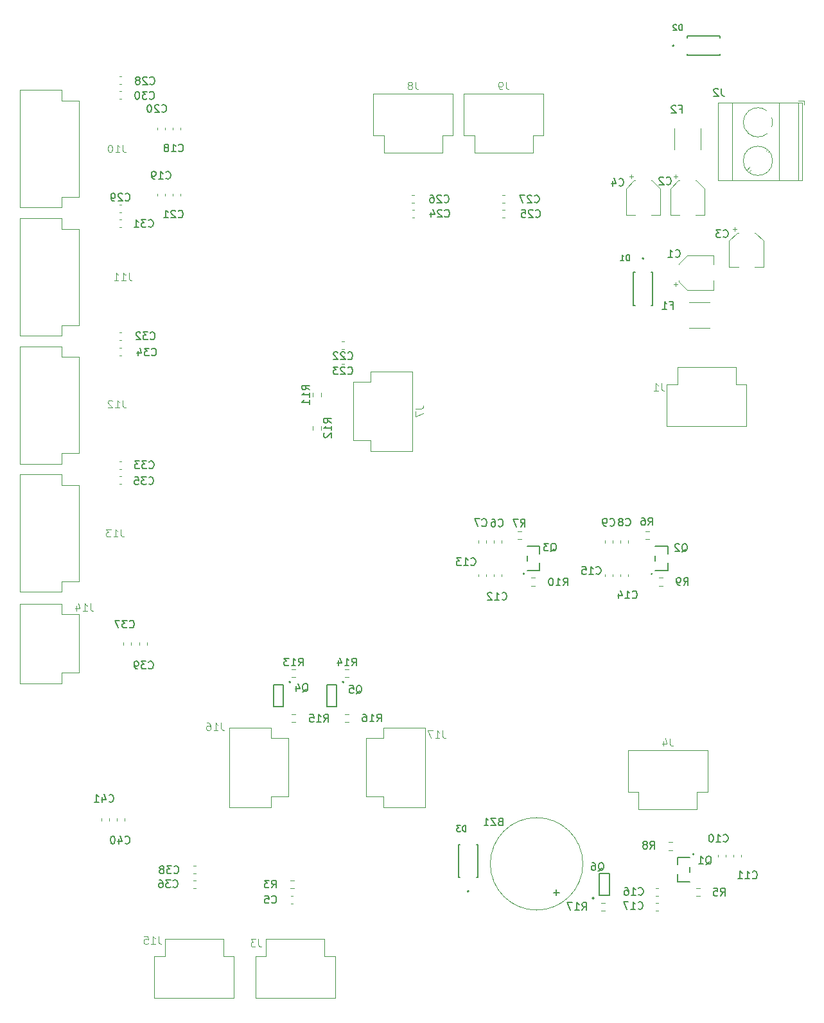
<source format=gbr>
%TF.GenerationSoftware,KiCad,Pcbnew,7.0.10-7.0.10~ubuntu22.04.1*%
%TF.CreationDate,2024-02-01T11:01:03+07:00*%
%TF.ProjectId,BFMC,42464d43-2e6b-4696-9361-645f70636258,rev?*%
%TF.SameCoordinates,Original*%
%TF.FileFunction,Legend,Bot*%
%TF.FilePolarity,Positive*%
%FSLAX46Y46*%
G04 Gerber Fmt 4.6, Leading zero omitted, Abs format (unit mm)*
G04 Created by KiCad (PCBNEW 7.0.10-7.0.10~ubuntu22.04.1) date 2024-02-01 11:01:03*
%MOMM*%
%LPD*%
G01*
G04 APERTURE LIST*
%ADD10C,0.150000*%
%ADD11C,0.100000*%
%ADD12C,0.120000*%
%ADD13C,0.127000*%
%ADD14C,0.200000*%
%ADD15C,0.152400*%
%ADD16C,0.177800*%
%ADD17C,0.180000*%
G04 APERTURE END LIST*
D10*
X60536057Y-30890380D02*
X60583676Y-30938000D01*
X60583676Y-30938000D02*
X60726533Y-30985619D01*
X60726533Y-30985619D02*
X60821771Y-30985619D01*
X60821771Y-30985619D02*
X60964628Y-30938000D01*
X60964628Y-30938000D02*
X61059866Y-30842761D01*
X61059866Y-30842761D02*
X61107485Y-30747523D01*
X61107485Y-30747523D02*
X61155104Y-30557047D01*
X61155104Y-30557047D02*
X61155104Y-30414190D01*
X61155104Y-30414190D02*
X61107485Y-30223714D01*
X61107485Y-30223714D02*
X61059866Y-30128476D01*
X61059866Y-30128476D02*
X60964628Y-30033238D01*
X60964628Y-30033238D02*
X60821771Y-29985619D01*
X60821771Y-29985619D02*
X60726533Y-29985619D01*
X60726533Y-29985619D02*
X60583676Y-30033238D01*
X60583676Y-30033238D02*
X60536057Y-30080857D01*
X60155104Y-30080857D02*
X60107485Y-30033238D01*
X60107485Y-30033238D02*
X60012247Y-29985619D01*
X60012247Y-29985619D02*
X59774152Y-29985619D01*
X59774152Y-29985619D02*
X59678914Y-30033238D01*
X59678914Y-30033238D02*
X59631295Y-30080857D01*
X59631295Y-30080857D02*
X59583676Y-30176095D01*
X59583676Y-30176095D02*
X59583676Y-30271333D01*
X59583676Y-30271333D02*
X59631295Y-30414190D01*
X59631295Y-30414190D02*
X60202723Y-30985619D01*
X60202723Y-30985619D02*
X59583676Y-30985619D01*
X59012247Y-30414190D02*
X59107485Y-30366571D01*
X59107485Y-30366571D02*
X59155104Y-30318952D01*
X59155104Y-30318952D02*
X59202723Y-30223714D01*
X59202723Y-30223714D02*
X59202723Y-30176095D01*
X59202723Y-30176095D02*
X59155104Y-30080857D01*
X59155104Y-30080857D02*
X59107485Y-30033238D01*
X59107485Y-30033238D02*
X59012247Y-29985619D01*
X59012247Y-29985619D02*
X58821771Y-29985619D01*
X58821771Y-29985619D02*
X58726533Y-30033238D01*
X58726533Y-30033238D02*
X58678914Y-30080857D01*
X58678914Y-30080857D02*
X58631295Y-30176095D01*
X58631295Y-30176095D02*
X58631295Y-30223714D01*
X58631295Y-30223714D02*
X58678914Y-30318952D01*
X58678914Y-30318952D02*
X58726533Y-30366571D01*
X58726533Y-30366571D02*
X58821771Y-30414190D01*
X58821771Y-30414190D02*
X59012247Y-30414190D01*
X59012247Y-30414190D02*
X59107485Y-30461809D01*
X59107485Y-30461809D02*
X59155104Y-30509428D01*
X59155104Y-30509428D02*
X59202723Y-30604666D01*
X59202723Y-30604666D02*
X59202723Y-30795142D01*
X59202723Y-30795142D02*
X59155104Y-30890380D01*
X59155104Y-30890380D02*
X59107485Y-30938000D01*
X59107485Y-30938000D02*
X59012247Y-30985619D01*
X59012247Y-30985619D02*
X58821771Y-30985619D01*
X58821771Y-30985619D02*
X58726533Y-30938000D01*
X58726533Y-30938000D02*
X58678914Y-30890380D01*
X58678914Y-30890380D02*
X58631295Y-30795142D01*
X58631295Y-30795142D02*
X58631295Y-30604666D01*
X58631295Y-30604666D02*
X58678914Y-30509428D01*
X58678914Y-30509428D02*
X58726533Y-30461809D01*
X58726533Y-30461809D02*
X58821771Y-30414190D01*
X104306666Y-89183380D02*
X104354285Y-89231000D01*
X104354285Y-89231000D02*
X104497142Y-89278619D01*
X104497142Y-89278619D02*
X104592380Y-89278619D01*
X104592380Y-89278619D02*
X104735237Y-89231000D01*
X104735237Y-89231000D02*
X104830475Y-89135761D01*
X104830475Y-89135761D02*
X104878094Y-89040523D01*
X104878094Y-89040523D02*
X104925713Y-88850047D01*
X104925713Y-88850047D02*
X104925713Y-88707190D01*
X104925713Y-88707190D02*
X104878094Y-88516714D01*
X104878094Y-88516714D02*
X104830475Y-88421476D01*
X104830475Y-88421476D02*
X104735237Y-88326238D01*
X104735237Y-88326238D02*
X104592380Y-88278619D01*
X104592380Y-88278619D02*
X104497142Y-88278619D01*
X104497142Y-88278619D02*
X104354285Y-88326238D01*
X104354285Y-88326238D02*
X104306666Y-88373857D01*
X103973332Y-88278619D02*
X103306666Y-88278619D01*
X103306666Y-88278619D02*
X103735237Y-89278619D01*
D11*
X56714923Y-89652819D02*
X56714923Y-90367104D01*
X56714923Y-90367104D02*
X56762542Y-90509961D01*
X56762542Y-90509961D02*
X56857780Y-90605200D01*
X56857780Y-90605200D02*
X57000637Y-90652819D01*
X57000637Y-90652819D02*
X57095875Y-90652819D01*
X55714923Y-90652819D02*
X56286351Y-90652819D01*
X56000637Y-90652819D02*
X56000637Y-89652819D01*
X56000637Y-89652819D02*
X56095875Y-89795676D01*
X56095875Y-89795676D02*
X56191113Y-89890914D01*
X56191113Y-89890914D02*
X56286351Y-89938533D01*
X55381589Y-89652819D02*
X54762542Y-89652819D01*
X54762542Y-89652819D02*
X55095875Y-90033771D01*
X55095875Y-90033771D02*
X54953018Y-90033771D01*
X54953018Y-90033771D02*
X54857780Y-90081390D01*
X54857780Y-90081390D02*
X54810161Y-90129009D01*
X54810161Y-90129009D02*
X54762542Y-90224247D01*
X54762542Y-90224247D02*
X54762542Y-90462342D01*
X54762542Y-90462342D02*
X54810161Y-90557580D01*
X54810161Y-90557580D02*
X54857780Y-90605200D01*
X54857780Y-90605200D02*
X54953018Y-90652819D01*
X54953018Y-90652819D02*
X55238732Y-90652819D01*
X55238732Y-90652819D02*
X55333970Y-90605200D01*
X55333970Y-90605200D02*
X55381589Y-90557580D01*
D10*
X90457257Y-115034219D02*
X90790590Y-114558028D01*
X91028685Y-115034219D02*
X91028685Y-114034219D01*
X91028685Y-114034219D02*
X90647733Y-114034219D01*
X90647733Y-114034219D02*
X90552495Y-114081838D01*
X90552495Y-114081838D02*
X90504876Y-114129457D01*
X90504876Y-114129457D02*
X90457257Y-114224695D01*
X90457257Y-114224695D02*
X90457257Y-114367552D01*
X90457257Y-114367552D02*
X90504876Y-114462790D01*
X90504876Y-114462790D02*
X90552495Y-114510409D01*
X90552495Y-114510409D02*
X90647733Y-114558028D01*
X90647733Y-114558028D02*
X91028685Y-114558028D01*
X89504876Y-115034219D02*
X90076304Y-115034219D01*
X89790590Y-115034219D02*
X89790590Y-114034219D01*
X89790590Y-114034219D02*
X89885828Y-114177076D01*
X89885828Y-114177076D02*
X89981066Y-114272314D01*
X89981066Y-114272314D02*
X90076304Y-114319933D01*
X88647733Y-114034219D02*
X88838209Y-114034219D01*
X88838209Y-114034219D02*
X88933447Y-114081838D01*
X88933447Y-114081838D02*
X88981066Y-114129457D01*
X88981066Y-114129457D02*
X89076304Y-114272314D01*
X89076304Y-114272314D02*
X89123923Y-114462790D01*
X89123923Y-114462790D02*
X89123923Y-114843742D01*
X89123923Y-114843742D02*
X89076304Y-114938980D01*
X89076304Y-114938980D02*
X89028685Y-114986600D01*
X89028685Y-114986600D02*
X88933447Y-115034219D01*
X88933447Y-115034219D02*
X88742971Y-115034219D01*
X88742971Y-115034219D02*
X88647733Y-114986600D01*
X88647733Y-114986600D02*
X88600114Y-114938980D01*
X88600114Y-114938980D02*
X88552495Y-114843742D01*
X88552495Y-114843742D02*
X88552495Y-114605647D01*
X88552495Y-114605647D02*
X88600114Y-114510409D01*
X88600114Y-114510409D02*
X88647733Y-114462790D01*
X88647733Y-114462790D02*
X88742971Y-114415171D01*
X88742971Y-114415171D02*
X88933447Y-114415171D01*
X88933447Y-114415171D02*
X89028685Y-114462790D01*
X89028685Y-114462790D02*
X89076304Y-114510409D01*
X89076304Y-114510409D02*
X89123923Y-114605647D01*
X57843657Y-102569180D02*
X57891276Y-102616800D01*
X57891276Y-102616800D02*
X58034133Y-102664419D01*
X58034133Y-102664419D02*
X58129371Y-102664419D01*
X58129371Y-102664419D02*
X58272228Y-102616800D01*
X58272228Y-102616800D02*
X58367466Y-102521561D01*
X58367466Y-102521561D02*
X58415085Y-102426323D01*
X58415085Y-102426323D02*
X58462704Y-102235847D01*
X58462704Y-102235847D02*
X58462704Y-102092990D01*
X58462704Y-102092990D02*
X58415085Y-101902514D01*
X58415085Y-101902514D02*
X58367466Y-101807276D01*
X58367466Y-101807276D02*
X58272228Y-101712038D01*
X58272228Y-101712038D02*
X58129371Y-101664419D01*
X58129371Y-101664419D02*
X58034133Y-101664419D01*
X58034133Y-101664419D02*
X57891276Y-101712038D01*
X57891276Y-101712038D02*
X57843657Y-101759657D01*
X57510323Y-101664419D02*
X56891276Y-101664419D01*
X56891276Y-101664419D02*
X57224609Y-102045371D01*
X57224609Y-102045371D02*
X57081752Y-102045371D01*
X57081752Y-102045371D02*
X56986514Y-102092990D01*
X56986514Y-102092990D02*
X56938895Y-102140609D01*
X56938895Y-102140609D02*
X56891276Y-102235847D01*
X56891276Y-102235847D02*
X56891276Y-102473942D01*
X56891276Y-102473942D02*
X56938895Y-102569180D01*
X56938895Y-102569180D02*
X56986514Y-102616800D01*
X56986514Y-102616800D02*
X57081752Y-102664419D01*
X57081752Y-102664419D02*
X57367466Y-102664419D01*
X57367466Y-102664419D02*
X57462704Y-102616800D01*
X57462704Y-102616800D02*
X57510323Y-102569180D01*
X56557942Y-101664419D02*
X55891276Y-101664419D01*
X55891276Y-101664419D02*
X56319847Y-102664419D01*
X60383657Y-83646180D02*
X60431276Y-83693800D01*
X60431276Y-83693800D02*
X60574133Y-83741419D01*
X60574133Y-83741419D02*
X60669371Y-83741419D01*
X60669371Y-83741419D02*
X60812228Y-83693800D01*
X60812228Y-83693800D02*
X60907466Y-83598561D01*
X60907466Y-83598561D02*
X60955085Y-83503323D01*
X60955085Y-83503323D02*
X61002704Y-83312847D01*
X61002704Y-83312847D02*
X61002704Y-83169990D01*
X61002704Y-83169990D02*
X60955085Y-82979514D01*
X60955085Y-82979514D02*
X60907466Y-82884276D01*
X60907466Y-82884276D02*
X60812228Y-82789038D01*
X60812228Y-82789038D02*
X60669371Y-82741419D01*
X60669371Y-82741419D02*
X60574133Y-82741419D01*
X60574133Y-82741419D02*
X60431276Y-82789038D01*
X60431276Y-82789038D02*
X60383657Y-82836657D01*
X60050323Y-82741419D02*
X59431276Y-82741419D01*
X59431276Y-82741419D02*
X59764609Y-83122371D01*
X59764609Y-83122371D02*
X59621752Y-83122371D01*
X59621752Y-83122371D02*
X59526514Y-83169990D01*
X59526514Y-83169990D02*
X59478895Y-83217609D01*
X59478895Y-83217609D02*
X59431276Y-83312847D01*
X59431276Y-83312847D02*
X59431276Y-83550942D01*
X59431276Y-83550942D02*
X59478895Y-83646180D01*
X59478895Y-83646180D02*
X59526514Y-83693800D01*
X59526514Y-83693800D02*
X59621752Y-83741419D01*
X59621752Y-83741419D02*
X59907466Y-83741419D01*
X59907466Y-83741419D02*
X60002704Y-83693800D01*
X60002704Y-83693800D02*
X60050323Y-83646180D01*
X58526514Y-82741419D02*
X59002704Y-82741419D01*
X59002704Y-82741419D02*
X59050323Y-83217609D01*
X59050323Y-83217609D02*
X59002704Y-83169990D01*
X59002704Y-83169990D02*
X58907466Y-83122371D01*
X58907466Y-83122371D02*
X58669371Y-83122371D01*
X58669371Y-83122371D02*
X58574133Y-83169990D01*
X58574133Y-83169990D02*
X58526514Y-83217609D01*
X58526514Y-83217609D02*
X58478895Y-83312847D01*
X58478895Y-83312847D02*
X58478895Y-83550942D01*
X58478895Y-83550942D02*
X58526514Y-83646180D01*
X58526514Y-83646180D02*
X58574133Y-83693800D01*
X58574133Y-83693800D02*
X58669371Y-83741419D01*
X58669371Y-83741419D02*
X58907466Y-83741419D01*
X58907466Y-83741419D02*
X59002704Y-83693800D01*
X59002704Y-83693800D02*
X59050323Y-83646180D01*
D11*
X57756323Y-55820019D02*
X57756323Y-56534304D01*
X57756323Y-56534304D02*
X57803942Y-56677161D01*
X57803942Y-56677161D02*
X57899180Y-56772400D01*
X57899180Y-56772400D02*
X58042037Y-56820019D01*
X58042037Y-56820019D02*
X58137275Y-56820019D01*
X56756323Y-56820019D02*
X57327751Y-56820019D01*
X57042037Y-56820019D02*
X57042037Y-55820019D01*
X57042037Y-55820019D02*
X57137275Y-55962876D01*
X57137275Y-55962876D02*
X57232513Y-56058114D01*
X57232513Y-56058114D02*
X57327751Y-56105733D01*
X55803942Y-56820019D02*
X56375370Y-56820019D01*
X56089656Y-56820019D02*
X56089656Y-55820019D01*
X56089656Y-55820019D02*
X56184894Y-55962876D01*
X56184894Y-55962876D02*
X56280132Y-56058114D01*
X56280132Y-56058114D02*
X56375370Y-56105733D01*
D10*
X123255066Y-89107180D02*
X123302685Y-89154800D01*
X123302685Y-89154800D02*
X123445542Y-89202419D01*
X123445542Y-89202419D02*
X123540780Y-89202419D01*
X123540780Y-89202419D02*
X123683637Y-89154800D01*
X123683637Y-89154800D02*
X123778875Y-89059561D01*
X123778875Y-89059561D02*
X123826494Y-88964323D01*
X123826494Y-88964323D02*
X123874113Y-88773847D01*
X123874113Y-88773847D02*
X123874113Y-88630990D01*
X123874113Y-88630990D02*
X123826494Y-88440514D01*
X123826494Y-88440514D02*
X123778875Y-88345276D01*
X123778875Y-88345276D02*
X123683637Y-88250038D01*
X123683637Y-88250038D02*
X123540780Y-88202419D01*
X123540780Y-88202419D02*
X123445542Y-88202419D01*
X123445542Y-88202419D02*
X123302685Y-88250038D01*
X123302685Y-88250038D02*
X123255066Y-88297657D01*
X122683637Y-88630990D02*
X122778875Y-88583371D01*
X122778875Y-88583371D02*
X122826494Y-88535752D01*
X122826494Y-88535752D02*
X122874113Y-88440514D01*
X122874113Y-88440514D02*
X122874113Y-88392895D01*
X122874113Y-88392895D02*
X122826494Y-88297657D01*
X122826494Y-88297657D02*
X122778875Y-88250038D01*
X122778875Y-88250038D02*
X122683637Y-88202419D01*
X122683637Y-88202419D02*
X122493161Y-88202419D01*
X122493161Y-88202419D02*
X122397923Y-88250038D01*
X122397923Y-88250038D02*
X122350304Y-88297657D01*
X122350304Y-88297657D02*
X122302685Y-88392895D01*
X122302685Y-88392895D02*
X122302685Y-88440514D01*
X122302685Y-88440514D02*
X122350304Y-88535752D01*
X122350304Y-88535752D02*
X122397923Y-88583371D01*
X122397923Y-88583371D02*
X122493161Y-88630990D01*
X122493161Y-88630990D02*
X122683637Y-88630990D01*
X122683637Y-88630990D02*
X122778875Y-88678609D01*
X122778875Y-88678609D02*
X122826494Y-88726228D01*
X122826494Y-88726228D02*
X122874113Y-88821466D01*
X122874113Y-88821466D02*
X122874113Y-89011942D01*
X122874113Y-89011942D02*
X122826494Y-89107180D01*
X122826494Y-89107180D02*
X122778875Y-89154800D01*
X122778875Y-89154800D02*
X122683637Y-89202419D01*
X122683637Y-89202419D02*
X122493161Y-89202419D01*
X122493161Y-89202419D02*
X122397923Y-89154800D01*
X122397923Y-89154800D02*
X122350304Y-89107180D01*
X122350304Y-89107180D02*
X122302685Y-89011942D01*
X122302685Y-89011942D02*
X122302685Y-88821466D01*
X122302685Y-88821466D02*
X122350304Y-88726228D01*
X122350304Y-88726228D02*
X122397923Y-88678609D01*
X122397923Y-88678609D02*
X122493161Y-88630990D01*
X64269857Y-48467180D02*
X64317476Y-48514800D01*
X64317476Y-48514800D02*
X64460333Y-48562419D01*
X64460333Y-48562419D02*
X64555571Y-48562419D01*
X64555571Y-48562419D02*
X64698428Y-48514800D01*
X64698428Y-48514800D02*
X64793666Y-48419561D01*
X64793666Y-48419561D02*
X64841285Y-48324323D01*
X64841285Y-48324323D02*
X64888904Y-48133847D01*
X64888904Y-48133847D02*
X64888904Y-47990990D01*
X64888904Y-47990990D02*
X64841285Y-47800514D01*
X64841285Y-47800514D02*
X64793666Y-47705276D01*
X64793666Y-47705276D02*
X64698428Y-47610038D01*
X64698428Y-47610038D02*
X64555571Y-47562419D01*
X64555571Y-47562419D02*
X64460333Y-47562419D01*
X64460333Y-47562419D02*
X64317476Y-47610038D01*
X64317476Y-47610038D02*
X64269857Y-47657657D01*
X63888904Y-47657657D02*
X63841285Y-47610038D01*
X63841285Y-47610038D02*
X63746047Y-47562419D01*
X63746047Y-47562419D02*
X63507952Y-47562419D01*
X63507952Y-47562419D02*
X63412714Y-47610038D01*
X63412714Y-47610038D02*
X63365095Y-47657657D01*
X63365095Y-47657657D02*
X63317476Y-47752895D01*
X63317476Y-47752895D02*
X63317476Y-47848133D01*
X63317476Y-47848133D02*
X63365095Y-47990990D01*
X63365095Y-47990990D02*
X63936523Y-48562419D01*
X63936523Y-48562419D02*
X63317476Y-48562419D01*
X62365095Y-48562419D02*
X62936523Y-48562419D01*
X62650809Y-48562419D02*
X62650809Y-47562419D01*
X62650809Y-47562419D02*
X62746047Y-47705276D01*
X62746047Y-47705276D02*
X62841285Y-47800514D01*
X62841285Y-47800514D02*
X62936523Y-47848133D01*
X115019057Y-97076419D02*
X115352390Y-96600228D01*
X115590485Y-97076419D02*
X115590485Y-96076419D01*
X115590485Y-96076419D02*
X115209533Y-96076419D01*
X115209533Y-96076419D02*
X115114295Y-96124038D01*
X115114295Y-96124038D02*
X115066676Y-96171657D01*
X115066676Y-96171657D02*
X115019057Y-96266895D01*
X115019057Y-96266895D02*
X115019057Y-96409752D01*
X115019057Y-96409752D02*
X115066676Y-96504990D01*
X115066676Y-96504990D02*
X115114295Y-96552609D01*
X115114295Y-96552609D02*
X115209533Y-96600228D01*
X115209533Y-96600228D02*
X115590485Y-96600228D01*
X114066676Y-97076419D02*
X114638104Y-97076419D01*
X114352390Y-97076419D02*
X114352390Y-96076419D01*
X114352390Y-96076419D02*
X114447628Y-96219276D01*
X114447628Y-96219276D02*
X114542866Y-96314514D01*
X114542866Y-96314514D02*
X114638104Y-96362133D01*
X113447628Y-96076419D02*
X113352390Y-96076419D01*
X113352390Y-96076419D02*
X113257152Y-96124038D01*
X113257152Y-96124038D02*
X113209533Y-96171657D01*
X113209533Y-96171657D02*
X113161914Y-96266895D01*
X113161914Y-96266895D02*
X113114295Y-96457371D01*
X113114295Y-96457371D02*
X113114295Y-96695466D01*
X113114295Y-96695466D02*
X113161914Y-96885942D01*
X113161914Y-96885942D02*
X113209533Y-96981180D01*
X113209533Y-96981180D02*
X113257152Y-97028800D01*
X113257152Y-97028800D02*
X113352390Y-97076419D01*
X113352390Y-97076419D02*
X113447628Y-97076419D01*
X113447628Y-97076419D02*
X113542866Y-97028800D01*
X113542866Y-97028800D02*
X113590485Y-96981180D01*
X113590485Y-96981180D02*
X113638104Y-96885942D01*
X113638104Y-96885942D02*
X113685723Y-96695466D01*
X113685723Y-96695466D02*
X113685723Y-96457371D01*
X113685723Y-96457371D02*
X113638104Y-96266895D01*
X113638104Y-96266895D02*
X113590485Y-96171657D01*
X113590485Y-96171657D02*
X113542866Y-96124038D01*
X113542866Y-96124038D02*
X113447628Y-96076419D01*
X124950457Y-137824380D02*
X124998076Y-137872000D01*
X124998076Y-137872000D02*
X125140933Y-137919619D01*
X125140933Y-137919619D02*
X125236171Y-137919619D01*
X125236171Y-137919619D02*
X125379028Y-137872000D01*
X125379028Y-137872000D02*
X125474266Y-137776761D01*
X125474266Y-137776761D02*
X125521885Y-137681523D01*
X125521885Y-137681523D02*
X125569504Y-137491047D01*
X125569504Y-137491047D02*
X125569504Y-137348190D01*
X125569504Y-137348190D02*
X125521885Y-137157714D01*
X125521885Y-137157714D02*
X125474266Y-137062476D01*
X125474266Y-137062476D02*
X125379028Y-136967238D01*
X125379028Y-136967238D02*
X125236171Y-136919619D01*
X125236171Y-136919619D02*
X125140933Y-136919619D01*
X125140933Y-136919619D02*
X124998076Y-136967238D01*
X124998076Y-136967238D02*
X124950457Y-137014857D01*
X123998076Y-137919619D02*
X124569504Y-137919619D01*
X124283790Y-137919619D02*
X124283790Y-136919619D01*
X124283790Y-136919619D02*
X124379028Y-137062476D01*
X124379028Y-137062476D02*
X124474266Y-137157714D01*
X124474266Y-137157714D02*
X124569504Y-137205333D01*
X123140933Y-136919619D02*
X123331409Y-136919619D01*
X123331409Y-136919619D02*
X123426647Y-136967238D01*
X123426647Y-136967238D02*
X123474266Y-137014857D01*
X123474266Y-137014857D02*
X123569504Y-137157714D01*
X123569504Y-137157714D02*
X123617123Y-137348190D01*
X123617123Y-137348190D02*
X123617123Y-137729142D01*
X123617123Y-137729142D02*
X123569504Y-137824380D01*
X123569504Y-137824380D02*
X123521885Y-137872000D01*
X123521885Y-137872000D02*
X123426647Y-137919619D01*
X123426647Y-137919619D02*
X123236171Y-137919619D01*
X123236171Y-137919619D02*
X123140933Y-137872000D01*
X123140933Y-137872000D02*
X123093314Y-137824380D01*
X123093314Y-137824380D02*
X123045695Y-137729142D01*
X123045695Y-137729142D02*
X123045695Y-137491047D01*
X123045695Y-137491047D02*
X123093314Y-137395809D01*
X123093314Y-137395809D02*
X123140933Y-137348190D01*
X123140933Y-137348190D02*
X123236171Y-137300571D01*
X123236171Y-137300571D02*
X123426647Y-137300571D01*
X123426647Y-137300571D02*
X123521885Y-137348190D01*
X123521885Y-137348190D02*
X123569504Y-137395809D01*
X123569504Y-137395809D02*
X123617123Y-137491047D01*
X129808266Y-53674180D02*
X129855885Y-53721800D01*
X129855885Y-53721800D02*
X129998742Y-53769419D01*
X129998742Y-53769419D02*
X130093980Y-53769419D01*
X130093980Y-53769419D02*
X130236837Y-53721800D01*
X130236837Y-53721800D02*
X130332075Y-53626561D01*
X130332075Y-53626561D02*
X130379694Y-53531323D01*
X130379694Y-53531323D02*
X130427313Y-53340847D01*
X130427313Y-53340847D02*
X130427313Y-53197990D01*
X130427313Y-53197990D02*
X130379694Y-53007514D01*
X130379694Y-53007514D02*
X130332075Y-52912276D01*
X130332075Y-52912276D02*
X130236837Y-52817038D01*
X130236837Y-52817038D02*
X130093980Y-52769419D01*
X130093980Y-52769419D02*
X129998742Y-52769419D01*
X129998742Y-52769419D02*
X129855885Y-52817038D01*
X129855885Y-52817038D02*
X129808266Y-52864657D01*
X128855885Y-53769419D02*
X129427313Y-53769419D01*
X129141599Y-53769419D02*
X129141599Y-52769419D01*
X129141599Y-52769419D02*
X129236837Y-52912276D01*
X129236837Y-52912276D02*
X129332075Y-53007514D01*
X129332075Y-53007514D02*
X129427313Y-53055133D01*
X87157157Y-107660619D02*
X87490490Y-107184428D01*
X87728585Y-107660619D02*
X87728585Y-106660619D01*
X87728585Y-106660619D02*
X87347633Y-106660619D01*
X87347633Y-106660619D02*
X87252395Y-106708238D01*
X87252395Y-106708238D02*
X87204776Y-106755857D01*
X87204776Y-106755857D02*
X87157157Y-106851095D01*
X87157157Y-106851095D02*
X87157157Y-106993952D01*
X87157157Y-106993952D02*
X87204776Y-107089190D01*
X87204776Y-107089190D02*
X87252395Y-107136809D01*
X87252395Y-107136809D02*
X87347633Y-107184428D01*
X87347633Y-107184428D02*
X87728585Y-107184428D01*
X86204776Y-107660619D02*
X86776204Y-107660619D01*
X86490490Y-107660619D02*
X86490490Y-106660619D01*
X86490490Y-106660619D02*
X86585728Y-106803476D01*
X86585728Y-106803476D02*
X86680966Y-106898714D01*
X86680966Y-106898714D02*
X86776204Y-106946333D01*
X85347633Y-106993952D02*
X85347633Y-107660619D01*
X85585728Y-106613000D02*
X85823823Y-107327285D01*
X85823823Y-107327285D02*
X85204776Y-107327285D01*
X123745777Y-54204467D02*
X123745777Y-53417065D01*
X123745777Y-53417065D02*
X123558300Y-53417065D01*
X123558300Y-53417065D02*
X123445814Y-53454560D01*
X123445814Y-53454560D02*
X123370824Y-53529551D01*
X123370824Y-53529551D02*
X123333328Y-53604542D01*
X123333328Y-53604542D02*
X123295833Y-53754523D01*
X123295833Y-53754523D02*
X123295833Y-53867009D01*
X123295833Y-53867009D02*
X123333328Y-54016990D01*
X123333328Y-54016990D02*
X123370824Y-54091981D01*
X123370824Y-54091981D02*
X123445814Y-54166972D01*
X123445814Y-54166972D02*
X123558300Y-54204467D01*
X123558300Y-54204467D02*
X123745777Y-54204467D01*
X122545926Y-54204467D02*
X122995870Y-54204467D01*
X122770898Y-54204467D02*
X122770898Y-53417065D01*
X122770898Y-53417065D02*
X122845889Y-53529551D01*
X122845889Y-53529551D02*
X122920880Y-53604542D01*
X122920880Y-53604542D02*
X122995870Y-53642037D01*
D11*
X95577219Y-73748466D02*
X96291504Y-73748466D01*
X96291504Y-73748466D02*
X96434361Y-73700847D01*
X96434361Y-73700847D02*
X96529600Y-73605609D01*
X96529600Y-73605609D02*
X96577219Y-73462752D01*
X96577219Y-73462752D02*
X96577219Y-73367514D01*
X95577219Y-74129419D02*
X95577219Y-74796085D01*
X95577219Y-74796085D02*
X96577219Y-74367514D01*
D10*
X57284857Y-46249780D02*
X57332476Y-46297400D01*
X57332476Y-46297400D02*
X57475333Y-46345019D01*
X57475333Y-46345019D02*
X57570571Y-46345019D01*
X57570571Y-46345019D02*
X57713428Y-46297400D01*
X57713428Y-46297400D02*
X57808666Y-46202161D01*
X57808666Y-46202161D02*
X57856285Y-46106923D01*
X57856285Y-46106923D02*
X57903904Y-45916447D01*
X57903904Y-45916447D02*
X57903904Y-45773590D01*
X57903904Y-45773590D02*
X57856285Y-45583114D01*
X57856285Y-45583114D02*
X57808666Y-45487876D01*
X57808666Y-45487876D02*
X57713428Y-45392638D01*
X57713428Y-45392638D02*
X57570571Y-45345019D01*
X57570571Y-45345019D02*
X57475333Y-45345019D01*
X57475333Y-45345019D02*
X57332476Y-45392638D01*
X57332476Y-45392638D02*
X57284857Y-45440257D01*
X56903904Y-45440257D02*
X56856285Y-45392638D01*
X56856285Y-45392638D02*
X56761047Y-45345019D01*
X56761047Y-45345019D02*
X56522952Y-45345019D01*
X56522952Y-45345019D02*
X56427714Y-45392638D01*
X56427714Y-45392638D02*
X56380095Y-45440257D01*
X56380095Y-45440257D02*
X56332476Y-45535495D01*
X56332476Y-45535495D02*
X56332476Y-45630733D01*
X56332476Y-45630733D02*
X56380095Y-45773590D01*
X56380095Y-45773590D02*
X56951523Y-46345019D01*
X56951523Y-46345019D02*
X56332476Y-46345019D01*
X55856285Y-46345019D02*
X55665809Y-46345019D01*
X55665809Y-46345019D02*
X55570571Y-46297400D01*
X55570571Y-46297400D02*
X55522952Y-46249780D01*
X55522952Y-46249780D02*
X55427714Y-46106923D01*
X55427714Y-46106923D02*
X55380095Y-45916447D01*
X55380095Y-45916447D02*
X55380095Y-45535495D01*
X55380095Y-45535495D02*
X55427714Y-45440257D01*
X55427714Y-45440257D02*
X55475333Y-45392638D01*
X55475333Y-45392638D02*
X55570571Y-45345019D01*
X55570571Y-45345019D02*
X55761047Y-45345019D01*
X55761047Y-45345019D02*
X55856285Y-45392638D01*
X55856285Y-45392638D02*
X55903904Y-45440257D01*
X55903904Y-45440257D02*
X55951523Y-45535495D01*
X55951523Y-45535495D02*
X55951523Y-45773590D01*
X55951523Y-45773590D02*
X55903904Y-45868828D01*
X55903904Y-45868828D02*
X55856285Y-45916447D01*
X55856285Y-45916447D02*
X55761047Y-45964066D01*
X55761047Y-45964066D02*
X55570571Y-45964066D01*
X55570571Y-45964066D02*
X55475333Y-45916447D01*
X55475333Y-45916447D02*
X55427714Y-45868828D01*
X55427714Y-45868828D02*
X55380095Y-45773590D01*
X135867733Y-31509619D02*
X135867733Y-32223904D01*
X135867733Y-32223904D02*
X135915352Y-32366761D01*
X135915352Y-32366761D02*
X136010590Y-32462000D01*
X136010590Y-32462000D02*
X136153447Y-32509619D01*
X136153447Y-32509619D02*
X136248685Y-32509619D01*
X135439161Y-31604857D02*
X135391542Y-31557238D01*
X135391542Y-31557238D02*
X135296304Y-31509619D01*
X135296304Y-31509619D02*
X135058209Y-31509619D01*
X135058209Y-31509619D02*
X134962971Y-31557238D01*
X134962971Y-31557238D02*
X134915352Y-31604857D01*
X134915352Y-31604857D02*
X134867733Y-31700095D01*
X134867733Y-31700095D02*
X134867733Y-31795333D01*
X134867733Y-31795333D02*
X134915352Y-31938190D01*
X134915352Y-31938190D02*
X135486780Y-32509619D01*
X135486780Y-32509619D02*
X134867733Y-32509619D01*
X64320657Y-39754980D02*
X64368276Y-39802600D01*
X64368276Y-39802600D02*
X64511133Y-39850219D01*
X64511133Y-39850219D02*
X64606371Y-39850219D01*
X64606371Y-39850219D02*
X64749228Y-39802600D01*
X64749228Y-39802600D02*
X64844466Y-39707361D01*
X64844466Y-39707361D02*
X64892085Y-39612123D01*
X64892085Y-39612123D02*
X64939704Y-39421647D01*
X64939704Y-39421647D02*
X64939704Y-39278790D01*
X64939704Y-39278790D02*
X64892085Y-39088314D01*
X64892085Y-39088314D02*
X64844466Y-38993076D01*
X64844466Y-38993076D02*
X64749228Y-38897838D01*
X64749228Y-38897838D02*
X64606371Y-38850219D01*
X64606371Y-38850219D02*
X64511133Y-38850219D01*
X64511133Y-38850219D02*
X64368276Y-38897838D01*
X64368276Y-38897838D02*
X64320657Y-38945457D01*
X63368276Y-39850219D02*
X63939704Y-39850219D01*
X63653990Y-39850219D02*
X63653990Y-38850219D01*
X63653990Y-38850219D02*
X63749228Y-38993076D01*
X63749228Y-38993076D02*
X63844466Y-39088314D01*
X63844466Y-39088314D02*
X63939704Y-39135933D01*
X62796847Y-39278790D02*
X62892085Y-39231171D01*
X62892085Y-39231171D02*
X62939704Y-39183552D01*
X62939704Y-39183552D02*
X62987323Y-39088314D01*
X62987323Y-39088314D02*
X62987323Y-39040695D01*
X62987323Y-39040695D02*
X62939704Y-38945457D01*
X62939704Y-38945457D02*
X62892085Y-38897838D01*
X62892085Y-38897838D02*
X62796847Y-38850219D01*
X62796847Y-38850219D02*
X62606371Y-38850219D01*
X62606371Y-38850219D02*
X62511133Y-38897838D01*
X62511133Y-38897838D02*
X62463514Y-38945457D01*
X62463514Y-38945457D02*
X62415895Y-39040695D01*
X62415895Y-39040695D02*
X62415895Y-39088314D01*
X62415895Y-39088314D02*
X62463514Y-39183552D01*
X62463514Y-39183552D02*
X62511133Y-39231171D01*
X62511133Y-39231171D02*
X62606371Y-39278790D01*
X62606371Y-39278790D02*
X62796847Y-39278790D01*
X62796847Y-39278790D02*
X62892085Y-39326409D01*
X62892085Y-39326409D02*
X62939704Y-39374028D01*
X62939704Y-39374028D02*
X62987323Y-39469266D01*
X62987323Y-39469266D02*
X62987323Y-39659742D01*
X62987323Y-39659742D02*
X62939704Y-39754980D01*
X62939704Y-39754980D02*
X62892085Y-39802600D01*
X62892085Y-39802600D02*
X62796847Y-39850219D01*
X62796847Y-39850219D02*
X62606371Y-39850219D01*
X62606371Y-39850219D02*
X62511133Y-39802600D01*
X62511133Y-39802600D02*
X62463514Y-39754980D01*
X62463514Y-39754980D02*
X62415895Y-39659742D01*
X62415895Y-39659742D02*
X62415895Y-39469266D01*
X62415895Y-39469266D02*
X62463514Y-39374028D01*
X62463514Y-39374028D02*
X62511133Y-39326409D01*
X62511133Y-39326409D02*
X62606371Y-39278790D01*
X106465666Y-89208780D02*
X106513285Y-89256400D01*
X106513285Y-89256400D02*
X106656142Y-89304019D01*
X106656142Y-89304019D02*
X106751380Y-89304019D01*
X106751380Y-89304019D02*
X106894237Y-89256400D01*
X106894237Y-89256400D02*
X106989475Y-89161161D01*
X106989475Y-89161161D02*
X107037094Y-89065923D01*
X107037094Y-89065923D02*
X107084713Y-88875447D01*
X107084713Y-88875447D02*
X107084713Y-88732590D01*
X107084713Y-88732590D02*
X107037094Y-88542114D01*
X107037094Y-88542114D02*
X106989475Y-88446876D01*
X106989475Y-88446876D02*
X106894237Y-88351638D01*
X106894237Y-88351638D02*
X106751380Y-88304019D01*
X106751380Y-88304019D02*
X106656142Y-88304019D01*
X106656142Y-88304019D02*
X106513285Y-88351638D01*
X106513285Y-88351638D02*
X106465666Y-88399257D01*
X105608523Y-88304019D02*
X105798999Y-88304019D01*
X105798999Y-88304019D02*
X105894237Y-88351638D01*
X105894237Y-88351638D02*
X105941856Y-88399257D01*
X105941856Y-88399257D02*
X106037094Y-88542114D01*
X106037094Y-88542114D02*
X106084713Y-88732590D01*
X106084713Y-88732590D02*
X106084713Y-89113542D01*
X106084713Y-89113542D02*
X106037094Y-89208780D01*
X106037094Y-89208780D02*
X105989475Y-89256400D01*
X105989475Y-89256400D02*
X105894237Y-89304019D01*
X105894237Y-89304019D02*
X105703761Y-89304019D01*
X105703761Y-89304019D02*
X105608523Y-89256400D01*
X105608523Y-89256400D02*
X105560904Y-89208780D01*
X105560904Y-89208780D02*
X105513285Y-89113542D01*
X105513285Y-89113542D02*
X105513285Y-88875447D01*
X105513285Y-88875447D02*
X105560904Y-88780209D01*
X105560904Y-88780209D02*
X105608523Y-88732590D01*
X105608523Y-88732590D02*
X105703761Y-88684971D01*
X105703761Y-88684971D02*
X105894237Y-88684971D01*
X105894237Y-88684971D02*
X105989475Y-88732590D01*
X105989475Y-88732590D02*
X106037094Y-88780209D01*
X106037094Y-88780209D02*
X106084713Y-88875447D01*
X84435019Y-75631442D02*
X83958828Y-75298109D01*
X84435019Y-75060014D02*
X83435019Y-75060014D01*
X83435019Y-75060014D02*
X83435019Y-75440966D01*
X83435019Y-75440966D02*
X83482638Y-75536204D01*
X83482638Y-75536204D02*
X83530257Y-75583823D01*
X83530257Y-75583823D02*
X83625495Y-75631442D01*
X83625495Y-75631442D02*
X83768352Y-75631442D01*
X83768352Y-75631442D02*
X83863590Y-75583823D01*
X83863590Y-75583823D02*
X83911209Y-75536204D01*
X83911209Y-75536204D02*
X83958828Y-75440966D01*
X83958828Y-75440966D02*
X83958828Y-75060014D01*
X84435019Y-76583823D02*
X84435019Y-76012395D01*
X84435019Y-76298109D02*
X83435019Y-76298109D01*
X83435019Y-76298109D02*
X83577876Y-76202871D01*
X83577876Y-76202871D02*
X83673114Y-76107633D01*
X83673114Y-76107633D02*
X83720733Y-76012395D01*
X83530257Y-76964776D02*
X83482638Y-77012395D01*
X83482638Y-77012395D02*
X83435019Y-77107633D01*
X83435019Y-77107633D02*
X83435019Y-77345728D01*
X83435019Y-77345728D02*
X83482638Y-77440966D01*
X83482638Y-77440966D02*
X83530257Y-77488585D01*
X83530257Y-77488585D02*
X83625495Y-77536204D01*
X83625495Y-77536204D02*
X83720733Y-77536204D01*
X83720733Y-77536204D02*
X83863590Y-77488585D01*
X83863590Y-77488585D02*
X84435019Y-76917157D01*
X84435019Y-76917157D02*
X84435019Y-77536204D01*
D11*
X99132923Y-116221219D02*
X99132923Y-116935504D01*
X99132923Y-116935504D02*
X99180542Y-117078361D01*
X99180542Y-117078361D02*
X99275780Y-117173600D01*
X99275780Y-117173600D02*
X99418637Y-117221219D01*
X99418637Y-117221219D02*
X99513875Y-117221219D01*
X98132923Y-117221219D02*
X98704351Y-117221219D01*
X98418637Y-117221219D02*
X98418637Y-116221219D01*
X98418637Y-116221219D02*
X98513875Y-116364076D01*
X98513875Y-116364076D02*
X98609113Y-116459314D01*
X98609113Y-116459314D02*
X98704351Y-116506933D01*
X97799589Y-116221219D02*
X97132923Y-116221219D01*
X97132923Y-116221219D02*
X97561494Y-117221219D01*
D10*
X111234457Y-46485980D02*
X111282076Y-46533600D01*
X111282076Y-46533600D02*
X111424933Y-46581219D01*
X111424933Y-46581219D02*
X111520171Y-46581219D01*
X111520171Y-46581219D02*
X111663028Y-46533600D01*
X111663028Y-46533600D02*
X111758266Y-46438361D01*
X111758266Y-46438361D02*
X111805885Y-46343123D01*
X111805885Y-46343123D02*
X111853504Y-46152647D01*
X111853504Y-46152647D02*
X111853504Y-46009790D01*
X111853504Y-46009790D02*
X111805885Y-45819314D01*
X111805885Y-45819314D02*
X111758266Y-45724076D01*
X111758266Y-45724076D02*
X111663028Y-45628838D01*
X111663028Y-45628838D02*
X111520171Y-45581219D01*
X111520171Y-45581219D02*
X111424933Y-45581219D01*
X111424933Y-45581219D02*
X111282076Y-45628838D01*
X111282076Y-45628838D02*
X111234457Y-45676457D01*
X110853504Y-45676457D02*
X110805885Y-45628838D01*
X110805885Y-45628838D02*
X110710647Y-45581219D01*
X110710647Y-45581219D02*
X110472552Y-45581219D01*
X110472552Y-45581219D02*
X110377314Y-45628838D01*
X110377314Y-45628838D02*
X110329695Y-45676457D01*
X110329695Y-45676457D02*
X110282076Y-45771695D01*
X110282076Y-45771695D02*
X110282076Y-45866933D01*
X110282076Y-45866933D02*
X110329695Y-46009790D01*
X110329695Y-46009790D02*
X110901123Y-46581219D01*
X110901123Y-46581219D02*
X110282076Y-46581219D01*
X109948742Y-45581219D02*
X109282076Y-45581219D01*
X109282076Y-45581219D02*
X109710647Y-46581219D01*
X130679977Y-23851467D02*
X130679977Y-23064065D01*
X130679977Y-23064065D02*
X130492500Y-23064065D01*
X130492500Y-23064065D02*
X130380014Y-23101560D01*
X130380014Y-23101560D02*
X130305024Y-23176551D01*
X130305024Y-23176551D02*
X130267528Y-23251542D01*
X130267528Y-23251542D02*
X130230033Y-23401523D01*
X130230033Y-23401523D02*
X130230033Y-23514009D01*
X130230033Y-23514009D02*
X130267528Y-23663990D01*
X130267528Y-23663990D02*
X130305024Y-23738981D01*
X130305024Y-23738981D02*
X130380014Y-23813972D01*
X130380014Y-23813972D02*
X130492500Y-23851467D01*
X130492500Y-23851467D02*
X130679977Y-23851467D01*
X129930070Y-23139056D02*
X129892575Y-23101560D01*
X129892575Y-23101560D02*
X129817584Y-23064065D01*
X129817584Y-23064065D02*
X129630108Y-23064065D01*
X129630108Y-23064065D02*
X129555117Y-23101560D01*
X129555117Y-23101560D02*
X129517622Y-23139056D01*
X129517622Y-23139056D02*
X129480126Y-23214046D01*
X129480126Y-23214046D02*
X129480126Y-23289037D01*
X129480126Y-23289037D02*
X129517622Y-23401523D01*
X129517622Y-23401523D02*
X129967566Y-23851467D01*
X129967566Y-23851467D02*
X129480126Y-23851467D01*
X128614466Y-44098380D02*
X128662085Y-44146000D01*
X128662085Y-44146000D02*
X128804942Y-44193619D01*
X128804942Y-44193619D02*
X128900180Y-44193619D01*
X128900180Y-44193619D02*
X129043037Y-44146000D01*
X129043037Y-44146000D02*
X129138275Y-44050761D01*
X129138275Y-44050761D02*
X129185894Y-43955523D01*
X129185894Y-43955523D02*
X129233513Y-43765047D01*
X129233513Y-43765047D02*
X129233513Y-43622190D01*
X129233513Y-43622190D02*
X129185894Y-43431714D01*
X129185894Y-43431714D02*
X129138275Y-43336476D01*
X129138275Y-43336476D02*
X129043037Y-43241238D01*
X129043037Y-43241238D02*
X128900180Y-43193619D01*
X128900180Y-43193619D02*
X128804942Y-43193619D01*
X128804942Y-43193619D02*
X128662085Y-43241238D01*
X128662085Y-43241238D02*
X128614466Y-43288857D01*
X128233513Y-43288857D02*
X128185894Y-43241238D01*
X128185894Y-43241238D02*
X128090656Y-43193619D01*
X128090656Y-43193619D02*
X127852561Y-43193619D01*
X127852561Y-43193619D02*
X127757323Y-43241238D01*
X127757323Y-43241238D02*
X127709704Y-43288857D01*
X127709704Y-43288857D02*
X127662085Y-43384095D01*
X127662085Y-43384095D02*
X127662085Y-43479333D01*
X127662085Y-43479333D02*
X127709704Y-43622190D01*
X127709704Y-43622190D02*
X128281132Y-44193619D01*
X128281132Y-44193619D02*
X127662085Y-44193619D01*
X121172266Y-89132580D02*
X121219885Y-89180200D01*
X121219885Y-89180200D02*
X121362742Y-89227819D01*
X121362742Y-89227819D02*
X121457980Y-89227819D01*
X121457980Y-89227819D02*
X121600837Y-89180200D01*
X121600837Y-89180200D02*
X121696075Y-89084961D01*
X121696075Y-89084961D02*
X121743694Y-88989723D01*
X121743694Y-88989723D02*
X121791313Y-88799247D01*
X121791313Y-88799247D02*
X121791313Y-88656390D01*
X121791313Y-88656390D02*
X121743694Y-88465914D01*
X121743694Y-88465914D02*
X121696075Y-88370676D01*
X121696075Y-88370676D02*
X121600837Y-88275438D01*
X121600837Y-88275438D02*
X121457980Y-88227819D01*
X121457980Y-88227819D02*
X121362742Y-88227819D01*
X121362742Y-88227819D02*
X121219885Y-88275438D01*
X121219885Y-88275438D02*
X121172266Y-88323057D01*
X120696075Y-89227819D02*
X120505599Y-89227819D01*
X120505599Y-89227819D02*
X120410361Y-89180200D01*
X120410361Y-89180200D02*
X120362742Y-89132580D01*
X120362742Y-89132580D02*
X120267504Y-88989723D01*
X120267504Y-88989723D02*
X120219885Y-88799247D01*
X120219885Y-88799247D02*
X120219885Y-88418295D01*
X120219885Y-88418295D02*
X120267504Y-88323057D01*
X120267504Y-88323057D02*
X120315123Y-88275438D01*
X120315123Y-88275438D02*
X120410361Y-88227819D01*
X120410361Y-88227819D02*
X120600837Y-88227819D01*
X120600837Y-88227819D02*
X120696075Y-88275438D01*
X120696075Y-88275438D02*
X120743694Y-88323057D01*
X120743694Y-88323057D02*
X120791313Y-88418295D01*
X120791313Y-88418295D02*
X120791313Y-88656390D01*
X120791313Y-88656390D02*
X120743694Y-88751628D01*
X120743694Y-88751628D02*
X120696075Y-88799247D01*
X120696075Y-88799247D02*
X120600837Y-88846866D01*
X120600837Y-88846866D02*
X120410361Y-88846866D01*
X120410361Y-88846866D02*
X120315123Y-88799247D01*
X120315123Y-88799247D02*
X120267504Y-88751628D01*
X120267504Y-88751628D02*
X120219885Y-88656390D01*
X106941857Y-98886180D02*
X106989476Y-98933800D01*
X106989476Y-98933800D02*
X107132333Y-98981419D01*
X107132333Y-98981419D02*
X107227571Y-98981419D01*
X107227571Y-98981419D02*
X107370428Y-98933800D01*
X107370428Y-98933800D02*
X107465666Y-98838561D01*
X107465666Y-98838561D02*
X107513285Y-98743323D01*
X107513285Y-98743323D02*
X107560904Y-98552847D01*
X107560904Y-98552847D02*
X107560904Y-98409990D01*
X107560904Y-98409990D02*
X107513285Y-98219514D01*
X107513285Y-98219514D02*
X107465666Y-98124276D01*
X107465666Y-98124276D02*
X107370428Y-98029038D01*
X107370428Y-98029038D02*
X107227571Y-97981419D01*
X107227571Y-97981419D02*
X107132333Y-97981419D01*
X107132333Y-97981419D02*
X106989476Y-98029038D01*
X106989476Y-98029038D02*
X106941857Y-98076657D01*
X105989476Y-98981419D02*
X106560904Y-98981419D01*
X106275190Y-98981419D02*
X106275190Y-97981419D01*
X106275190Y-97981419D02*
X106370428Y-98124276D01*
X106370428Y-98124276D02*
X106465666Y-98219514D01*
X106465666Y-98219514D02*
X106560904Y-98267133D01*
X105608523Y-98076657D02*
X105560904Y-98029038D01*
X105560904Y-98029038D02*
X105465666Y-97981419D01*
X105465666Y-97981419D02*
X105227571Y-97981419D01*
X105227571Y-97981419D02*
X105132333Y-98029038D01*
X105132333Y-98029038D02*
X105084714Y-98076657D01*
X105084714Y-98076657D02*
X105037095Y-98171895D01*
X105037095Y-98171895D02*
X105037095Y-98267133D01*
X105037095Y-98267133D02*
X105084714Y-98409990D01*
X105084714Y-98409990D02*
X105656142Y-98981419D01*
X105656142Y-98981419D02*
X105037095Y-98981419D01*
X126226866Y-89126219D02*
X126560199Y-88650028D01*
X126798294Y-89126219D02*
X126798294Y-88126219D01*
X126798294Y-88126219D02*
X126417342Y-88126219D01*
X126417342Y-88126219D02*
X126322104Y-88173838D01*
X126322104Y-88173838D02*
X126274485Y-88221457D01*
X126274485Y-88221457D02*
X126226866Y-88316695D01*
X126226866Y-88316695D02*
X126226866Y-88459552D01*
X126226866Y-88459552D02*
X126274485Y-88554790D01*
X126274485Y-88554790D02*
X126322104Y-88602409D01*
X126322104Y-88602409D02*
X126417342Y-88650028D01*
X126417342Y-88650028D02*
X126798294Y-88650028D01*
X125369723Y-88126219D02*
X125560199Y-88126219D01*
X125560199Y-88126219D02*
X125655437Y-88173838D01*
X125655437Y-88173838D02*
X125703056Y-88221457D01*
X125703056Y-88221457D02*
X125798294Y-88364314D01*
X125798294Y-88364314D02*
X125845913Y-88554790D01*
X125845913Y-88554790D02*
X125845913Y-88935742D01*
X125845913Y-88935742D02*
X125798294Y-89030980D01*
X125798294Y-89030980D02*
X125750675Y-89078600D01*
X125750675Y-89078600D02*
X125655437Y-89126219D01*
X125655437Y-89126219D02*
X125464961Y-89126219D01*
X125464961Y-89126219D02*
X125369723Y-89078600D01*
X125369723Y-89078600D02*
X125322104Y-89030980D01*
X125322104Y-89030980D02*
X125274485Y-88935742D01*
X125274485Y-88935742D02*
X125274485Y-88697647D01*
X125274485Y-88697647D02*
X125322104Y-88602409D01*
X125322104Y-88602409D02*
X125369723Y-88554790D01*
X125369723Y-88554790D02*
X125464961Y-88507171D01*
X125464961Y-88507171D02*
X125655437Y-88507171D01*
X125655437Y-88507171D02*
X125750675Y-88554790D01*
X125750675Y-88554790D02*
X125798294Y-88602409D01*
X125798294Y-88602409D02*
X125845913Y-88697647D01*
X102852457Y-94339580D02*
X102900076Y-94387200D01*
X102900076Y-94387200D02*
X103042933Y-94434819D01*
X103042933Y-94434819D02*
X103138171Y-94434819D01*
X103138171Y-94434819D02*
X103281028Y-94387200D01*
X103281028Y-94387200D02*
X103376266Y-94291961D01*
X103376266Y-94291961D02*
X103423885Y-94196723D01*
X103423885Y-94196723D02*
X103471504Y-94006247D01*
X103471504Y-94006247D02*
X103471504Y-93863390D01*
X103471504Y-93863390D02*
X103423885Y-93672914D01*
X103423885Y-93672914D02*
X103376266Y-93577676D01*
X103376266Y-93577676D02*
X103281028Y-93482438D01*
X103281028Y-93482438D02*
X103138171Y-93434819D01*
X103138171Y-93434819D02*
X103042933Y-93434819D01*
X103042933Y-93434819D02*
X102900076Y-93482438D01*
X102900076Y-93482438D02*
X102852457Y-93530057D01*
X101900076Y-94434819D02*
X102471504Y-94434819D01*
X102185790Y-94434819D02*
X102185790Y-93434819D01*
X102185790Y-93434819D02*
X102281028Y-93577676D01*
X102281028Y-93577676D02*
X102376266Y-93672914D01*
X102376266Y-93672914D02*
X102471504Y-93720533D01*
X101566742Y-93434819D02*
X100947695Y-93434819D01*
X100947695Y-93434819D02*
X101281028Y-93815771D01*
X101281028Y-93815771D02*
X101138171Y-93815771D01*
X101138171Y-93815771D02*
X101042933Y-93863390D01*
X101042933Y-93863390D02*
X100995314Y-93911009D01*
X100995314Y-93911009D02*
X100947695Y-94006247D01*
X100947695Y-94006247D02*
X100947695Y-94244342D01*
X100947695Y-94244342D02*
X100995314Y-94339580D01*
X100995314Y-94339580D02*
X101042933Y-94387200D01*
X101042933Y-94387200D02*
X101138171Y-94434819D01*
X101138171Y-94434819D02*
X101423885Y-94434819D01*
X101423885Y-94434819D02*
X101519123Y-94387200D01*
X101519123Y-94387200D02*
X101566742Y-94339580D01*
X60586857Y-64545380D02*
X60634476Y-64593000D01*
X60634476Y-64593000D02*
X60777333Y-64640619D01*
X60777333Y-64640619D02*
X60872571Y-64640619D01*
X60872571Y-64640619D02*
X61015428Y-64593000D01*
X61015428Y-64593000D02*
X61110666Y-64497761D01*
X61110666Y-64497761D02*
X61158285Y-64402523D01*
X61158285Y-64402523D02*
X61205904Y-64212047D01*
X61205904Y-64212047D02*
X61205904Y-64069190D01*
X61205904Y-64069190D02*
X61158285Y-63878714D01*
X61158285Y-63878714D02*
X61110666Y-63783476D01*
X61110666Y-63783476D02*
X61015428Y-63688238D01*
X61015428Y-63688238D02*
X60872571Y-63640619D01*
X60872571Y-63640619D02*
X60777333Y-63640619D01*
X60777333Y-63640619D02*
X60634476Y-63688238D01*
X60634476Y-63688238D02*
X60586857Y-63735857D01*
X60253523Y-63640619D02*
X59634476Y-63640619D01*
X59634476Y-63640619D02*
X59967809Y-64021571D01*
X59967809Y-64021571D02*
X59824952Y-64021571D01*
X59824952Y-64021571D02*
X59729714Y-64069190D01*
X59729714Y-64069190D02*
X59682095Y-64116809D01*
X59682095Y-64116809D02*
X59634476Y-64212047D01*
X59634476Y-64212047D02*
X59634476Y-64450142D01*
X59634476Y-64450142D02*
X59682095Y-64545380D01*
X59682095Y-64545380D02*
X59729714Y-64593000D01*
X59729714Y-64593000D02*
X59824952Y-64640619D01*
X59824952Y-64640619D02*
X60110666Y-64640619D01*
X60110666Y-64640619D02*
X60205904Y-64593000D01*
X60205904Y-64593000D02*
X60253523Y-64545380D01*
X59253523Y-63735857D02*
X59205904Y-63688238D01*
X59205904Y-63688238D02*
X59110666Y-63640619D01*
X59110666Y-63640619D02*
X58872571Y-63640619D01*
X58872571Y-63640619D02*
X58777333Y-63688238D01*
X58777333Y-63688238D02*
X58729714Y-63735857D01*
X58729714Y-63735857D02*
X58682095Y-63831095D01*
X58682095Y-63831095D02*
X58682095Y-63926333D01*
X58682095Y-63926333D02*
X58729714Y-64069190D01*
X58729714Y-64069190D02*
X59301142Y-64640619D01*
X59301142Y-64640619D02*
X58682095Y-64640619D01*
X113353838Y-92599657D02*
X113449076Y-92552038D01*
X113449076Y-92552038D02*
X113544314Y-92456800D01*
X113544314Y-92456800D02*
X113687171Y-92313942D01*
X113687171Y-92313942D02*
X113782409Y-92266323D01*
X113782409Y-92266323D02*
X113877647Y-92266323D01*
X113830028Y-92504419D02*
X113925266Y-92456800D01*
X113925266Y-92456800D02*
X114020504Y-92361561D01*
X114020504Y-92361561D02*
X114068123Y-92171085D01*
X114068123Y-92171085D02*
X114068123Y-91837752D01*
X114068123Y-91837752D02*
X114020504Y-91647276D01*
X114020504Y-91647276D02*
X113925266Y-91552038D01*
X113925266Y-91552038D02*
X113830028Y-91504419D01*
X113830028Y-91504419D02*
X113639552Y-91504419D01*
X113639552Y-91504419D02*
X113544314Y-91552038D01*
X113544314Y-91552038D02*
X113449076Y-91647276D01*
X113449076Y-91647276D02*
X113401457Y-91837752D01*
X113401457Y-91837752D02*
X113401457Y-92171085D01*
X113401457Y-92171085D02*
X113449076Y-92361561D01*
X113449076Y-92361561D02*
X113544314Y-92456800D01*
X113544314Y-92456800D02*
X113639552Y-92504419D01*
X113639552Y-92504419D02*
X113830028Y-92504419D01*
X113068123Y-91504419D02*
X112449076Y-91504419D01*
X112449076Y-91504419D02*
X112782409Y-91885371D01*
X112782409Y-91885371D02*
X112639552Y-91885371D01*
X112639552Y-91885371D02*
X112544314Y-91932990D01*
X112544314Y-91932990D02*
X112496695Y-91980609D01*
X112496695Y-91980609D02*
X112449076Y-92075847D01*
X112449076Y-92075847D02*
X112449076Y-92313942D01*
X112449076Y-92313942D02*
X112496695Y-92409180D01*
X112496695Y-92409180D02*
X112544314Y-92456800D01*
X112544314Y-92456800D02*
X112639552Y-92504419D01*
X112639552Y-92504419D02*
X112925266Y-92504419D01*
X112925266Y-92504419D02*
X113020504Y-92456800D01*
X113020504Y-92456800D02*
X113068123Y-92409180D01*
D11*
X95547933Y-30642619D02*
X95547933Y-31356904D01*
X95547933Y-31356904D02*
X95595552Y-31499761D01*
X95595552Y-31499761D02*
X95690790Y-31595000D01*
X95690790Y-31595000D02*
X95833647Y-31642619D01*
X95833647Y-31642619D02*
X95928885Y-31642619D01*
X94928885Y-31071190D02*
X95024123Y-31023571D01*
X95024123Y-31023571D02*
X95071742Y-30975952D01*
X95071742Y-30975952D02*
X95119361Y-30880714D01*
X95119361Y-30880714D02*
X95119361Y-30833095D01*
X95119361Y-30833095D02*
X95071742Y-30737857D01*
X95071742Y-30737857D02*
X95024123Y-30690238D01*
X95024123Y-30690238D02*
X94928885Y-30642619D01*
X94928885Y-30642619D02*
X94738409Y-30642619D01*
X94738409Y-30642619D02*
X94643171Y-30690238D01*
X94643171Y-30690238D02*
X94595552Y-30737857D01*
X94595552Y-30737857D02*
X94547933Y-30833095D01*
X94547933Y-30833095D02*
X94547933Y-30880714D01*
X94547933Y-30880714D02*
X94595552Y-30975952D01*
X94595552Y-30975952D02*
X94643171Y-31023571D01*
X94643171Y-31023571D02*
X94738409Y-31071190D01*
X94738409Y-31071190D02*
X94928885Y-31071190D01*
X94928885Y-31071190D02*
X95024123Y-31118809D01*
X95024123Y-31118809D02*
X95071742Y-31166428D01*
X95071742Y-31166428D02*
X95119361Y-31261666D01*
X95119361Y-31261666D02*
X95119361Y-31452142D01*
X95119361Y-31452142D02*
X95071742Y-31547380D01*
X95071742Y-31547380D02*
X95024123Y-31595000D01*
X95024123Y-31595000D02*
X94928885Y-31642619D01*
X94928885Y-31642619D02*
X94738409Y-31642619D01*
X94738409Y-31642619D02*
X94643171Y-31595000D01*
X94643171Y-31595000D02*
X94595552Y-31547380D01*
X94595552Y-31547380D02*
X94547933Y-31452142D01*
X94547933Y-31452142D02*
X94547933Y-31261666D01*
X94547933Y-31261666D02*
X94595552Y-31166428D01*
X94595552Y-31166428D02*
X94643171Y-31118809D01*
X94643171Y-31118809D02*
X94738409Y-31071190D01*
D10*
X109403166Y-89304019D02*
X109736499Y-88827828D01*
X109974594Y-89304019D02*
X109974594Y-88304019D01*
X109974594Y-88304019D02*
X109593642Y-88304019D01*
X109593642Y-88304019D02*
X109498404Y-88351638D01*
X109498404Y-88351638D02*
X109450785Y-88399257D01*
X109450785Y-88399257D02*
X109403166Y-88494495D01*
X109403166Y-88494495D02*
X109403166Y-88637352D01*
X109403166Y-88637352D02*
X109450785Y-88732590D01*
X109450785Y-88732590D02*
X109498404Y-88780209D01*
X109498404Y-88780209D02*
X109593642Y-88827828D01*
X109593642Y-88827828D02*
X109974594Y-88827828D01*
X109069832Y-88304019D02*
X108403166Y-88304019D01*
X108403166Y-88304019D02*
X108831737Y-89304019D01*
D11*
X69922923Y-115179819D02*
X69922923Y-115894104D01*
X69922923Y-115894104D02*
X69970542Y-116036961D01*
X69970542Y-116036961D02*
X70065780Y-116132200D01*
X70065780Y-116132200D02*
X70208637Y-116179819D01*
X70208637Y-116179819D02*
X70303875Y-116179819D01*
X68922923Y-116179819D02*
X69494351Y-116179819D01*
X69208637Y-116179819D02*
X69208637Y-115179819D01*
X69208637Y-115179819D02*
X69303875Y-115322676D01*
X69303875Y-115322676D02*
X69399113Y-115417914D01*
X69399113Y-115417914D02*
X69494351Y-115465533D01*
X68065780Y-115179819D02*
X68256256Y-115179819D01*
X68256256Y-115179819D02*
X68351494Y-115227438D01*
X68351494Y-115227438D02*
X68399113Y-115275057D01*
X68399113Y-115275057D02*
X68494351Y-115417914D01*
X68494351Y-115417914D02*
X68541970Y-115608390D01*
X68541970Y-115608390D02*
X68541970Y-115989342D01*
X68541970Y-115989342D02*
X68494351Y-116084580D01*
X68494351Y-116084580D02*
X68446732Y-116132200D01*
X68446732Y-116132200D02*
X68351494Y-116179819D01*
X68351494Y-116179819D02*
X68161018Y-116179819D01*
X68161018Y-116179819D02*
X68065780Y-116132200D01*
X68065780Y-116132200D02*
X68018161Y-116084580D01*
X68018161Y-116084580D02*
X67970542Y-115989342D01*
X67970542Y-115989342D02*
X67970542Y-115751247D01*
X67970542Y-115751247D02*
X68018161Y-115656009D01*
X68018161Y-115656009D02*
X68065780Y-115608390D01*
X68065780Y-115608390D02*
X68161018Y-115560771D01*
X68161018Y-115560771D02*
X68351494Y-115560771D01*
X68351494Y-115560771D02*
X68446732Y-115608390D01*
X68446732Y-115608390D02*
X68494351Y-115656009D01*
X68494351Y-115656009D02*
X68541970Y-115751247D01*
D10*
X130330533Y-34221009D02*
X130663866Y-34221009D01*
X130663866Y-34744819D02*
X130663866Y-33744819D01*
X130663866Y-33744819D02*
X130187676Y-33744819D01*
X129854342Y-33840057D02*
X129806723Y-33792438D01*
X129806723Y-33792438D02*
X129711485Y-33744819D01*
X129711485Y-33744819D02*
X129473390Y-33744819D01*
X129473390Y-33744819D02*
X129378152Y-33792438D01*
X129378152Y-33792438D02*
X129330533Y-33840057D01*
X129330533Y-33840057D02*
X129282914Y-33935295D01*
X129282914Y-33935295D02*
X129282914Y-34030533D01*
X129282914Y-34030533D02*
X129330533Y-34173390D01*
X129330533Y-34173390D02*
X129901961Y-34744819D01*
X129901961Y-34744819D02*
X129282914Y-34744819D01*
X57259457Y-131042580D02*
X57307076Y-131090200D01*
X57307076Y-131090200D02*
X57449933Y-131137819D01*
X57449933Y-131137819D02*
X57545171Y-131137819D01*
X57545171Y-131137819D02*
X57688028Y-131090200D01*
X57688028Y-131090200D02*
X57783266Y-130994961D01*
X57783266Y-130994961D02*
X57830885Y-130899723D01*
X57830885Y-130899723D02*
X57878504Y-130709247D01*
X57878504Y-130709247D02*
X57878504Y-130566390D01*
X57878504Y-130566390D02*
X57830885Y-130375914D01*
X57830885Y-130375914D02*
X57783266Y-130280676D01*
X57783266Y-130280676D02*
X57688028Y-130185438D01*
X57688028Y-130185438D02*
X57545171Y-130137819D01*
X57545171Y-130137819D02*
X57449933Y-130137819D01*
X57449933Y-130137819D02*
X57307076Y-130185438D01*
X57307076Y-130185438D02*
X57259457Y-130233057D01*
X56402314Y-130471152D02*
X56402314Y-131137819D01*
X56640409Y-130090200D02*
X56878504Y-130804485D01*
X56878504Y-130804485D02*
X56259457Y-130804485D01*
X55688028Y-130137819D02*
X55592790Y-130137819D01*
X55592790Y-130137819D02*
X55497552Y-130185438D01*
X55497552Y-130185438D02*
X55449933Y-130233057D01*
X55449933Y-130233057D02*
X55402314Y-130328295D01*
X55402314Y-130328295D02*
X55354695Y-130518771D01*
X55354695Y-130518771D02*
X55354695Y-130756866D01*
X55354695Y-130756866D02*
X55402314Y-130947342D01*
X55402314Y-130947342D02*
X55449933Y-131042580D01*
X55449933Y-131042580D02*
X55497552Y-131090200D01*
X55497552Y-131090200D02*
X55592790Y-131137819D01*
X55592790Y-131137819D02*
X55688028Y-131137819D01*
X55688028Y-131137819D02*
X55783266Y-131090200D01*
X55783266Y-131090200D02*
X55830885Y-131042580D01*
X55830885Y-131042580D02*
X55878504Y-130947342D01*
X55878504Y-130947342D02*
X55926123Y-130756866D01*
X55926123Y-130756866D02*
X55926123Y-130518771D01*
X55926123Y-130518771D02*
X55878504Y-130328295D01*
X55878504Y-130328295D02*
X55830885Y-130233057D01*
X55830885Y-130233057D02*
X55783266Y-130185438D01*
X55783266Y-130185438D02*
X55688028Y-130137819D01*
X83472257Y-115085019D02*
X83805590Y-114608828D01*
X84043685Y-115085019D02*
X84043685Y-114085019D01*
X84043685Y-114085019D02*
X83662733Y-114085019D01*
X83662733Y-114085019D02*
X83567495Y-114132638D01*
X83567495Y-114132638D02*
X83519876Y-114180257D01*
X83519876Y-114180257D02*
X83472257Y-114275495D01*
X83472257Y-114275495D02*
X83472257Y-114418352D01*
X83472257Y-114418352D02*
X83519876Y-114513590D01*
X83519876Y-114513590D02*
X83567495Y-114561209D01*
X83567495Y-114561209D02*
X83662733Y-114608828D01*
X83662733Y-114608828D02*
X84043685Y-114608828D01*
X82519876Y-115085019D02*
X83091304Y-115085019D01*
X82805590Y-115085019D02*
X82805590Y-114085019D01*
X82805590Y-114085019D02*
X82900828Y-114227876D01*
X82900828Y-114227876D02*
X82996066Y-114323114D01*
X82996066Y-114323114D02*
X83091304Y-114370733D01*
X81615114Y-114085019D02*
X82091304Y-114085019D01*
X82091304Y-114085019D02*
X82138923Y-114561209D01*
X82138923Y-114561209D02*
X82091304Y-114513590D01*
X82091304Y-114513590D02*
X81996066Y-114465971D01*
X81996066Y-114465971D02*
X81757971Y-114465971D01*
X81757971Y-114465971D02*
X81662733Y-114513590D01*
X81662733Y-114513590D02*
X81615114Y-114561209D01*
X81615114Y-114561209D02*
X81567495Y-114656447D01*
X81567495Y-114656447D02*
X81567495Y-114894542D01*
X81567495Y-114894542D02*
X81615114Y-114989780D01*
X81615114Y-114989780D02*
X81662733Y-115037400D01*
X81662733Y-115037400D02*
X81757971Y-115085019D01*
X81757971Y-115085019D02*
X81996066Y-115085019D01*
X81996066Y-115085019D02*
X82091304Y-115037400D01*
X82091304Y-115037400D02*
X82138923Y-114989780D01*
X124899657Y-139703980D02*
X124947276Y-139751600D01*
X124947276Y-139751600D02*
X125090133Y-139799219D01*
X125090133Y-139799219D02*
X125185371Y-139799219D01*
X125185371Y-139799219D02*
X125328228Y-139751600D01*
X125328228Y-139751600D02*
X125423466Y-139656361D01*
X125423466Y-139656361D02*
X125471085Y-139561123D01*
X125471085Y-139561123D02*
X125518704Y-139370647D01*
X125518704Y-139370647D02*
X125518704Y-139227790D01*
X125518704Y-139227790D02*
X125471085Y-139037314D01*
X125471085Y-139037314D02*
X125423466Y-138942076D01*
X125423466Y-138942076D02*
X125328228Y-138846838D01*
X125328228Y-138846838D02*
X125185371Y-138799219D01*
X125185371Y-138799219D02*
X125090133Y-138799219D01*
X125090133Y-138799219D02*
X124947276Y-138846838D01*
X124947276Y-138846838D02*
X124899657Y-138894457D01*
X123947276Y-139799219D02*
X124518704Y-139799219D01*
X124232990Y-139799219D02*
X124232990Y-138799219D01*
X124232990Y-138799219D02*
X124328228Y-138942076D01*
X124328228Y-138942076D02*
X124423466Y-139037314D01*
X124423466Y-139037314D02*
X124518704Y-139084933D01*
X123613942Y-138799219D02*
X122947276Y-138799219D01*
X122947276Y-138799219D02*
X123375847Y-139799219D01*
X63711057Y-134979580D02*
X63758676Y-135027200D01*
X63758676Y-135027200D02*
X63901533Y-135074819D01*
X63901533Y-135074819D02*
X63996771Y-135074819D01*
X63996771Y-135074819D02*
X64139628Y-135027200D01*
X64139628Y-135027200D02*
X64234866Y-134931961D01*
X64234866Y-134931961D02*
X64282485Y-134836723D01*
X64282485Y-134836723D02*
X64330104Y-134646247D01*
X64330104Y-134646247D02*
X64330104Y-134503390D01*
X64330104Y-134503390D02*
X64282485Y-134312914D01*
X64282485Y-134312914D02*
X64234866Y-134217676D01*
X64234866Y-134217676D02*
X64139628Y-134122438D01*
X64139628Y-134122438D02*
X63996771Y-134074819D01*
X63996771Y-134074819D02*
X63901533Y-134074819D01*
X63901533Y-134074819D02*
X63758676Y-134122438D01*
X63758676Y-134122438D02*
X63711057Y-134170057D01*
X63377723Y-134074819D02*
X62758676Y-134074819D01*
X62758676Y-134074819D02*
X63092009Y-134455771D01*
X63092009Y-134455771D02*
X62949152Y-134455771D01*
X62949152Y-134455771D02*
X62853914Y-134503390D01*
X62853914Y-134503390D02*
X62806295Y-134551009D01*
X62806295Y-134551009D02*
X62758676Y-134646247D01*
X62758676Y-134646247D02*
X62758676Y-134884342D01*
X62758676Y-134884342D02*
X62806295Y-134979580D01*
X62806295Y-134979580D02*
X62853914Y-135027200D01*
X62853914Y-135027200D02*
X62949152Y-135074819D01*
X62949152Y-135074819D02*
X63234866Y-135074819D01*
X63234866Y-135074819D02*
X63330104Y-135027200D01*
X63330104Y-135027200D02*
X63377723Y-134979580D01*
X62187247Y-134503390D02*
X62282485Y-134455771D01*
X62282485Y-134455771D02*
X62330104Y-134408152D01*
X62330104Y-134408152D02*
X62377723Y-134312914D01*
X62377723Y-134312914D02*
X62377723Y-134265295D01*
X62377723Y-134265295D02*
X62330104Y-134170057D01*
X62330104Y-134170057D02*
X62282485Y-134122438D01*
X62282485Y-134122438D02*
X62187247Y-134074819D01*
X62187247Y-134074819D02*
X61996771Y-134074819D01*
X61996771Y-134074819D02*
X61901533Y-134122438D01*
X61901533Y-134122438D02*
X61853914Y-134170057D01*
X61853914Y-134170057D02*
X61806295Y-134265295D01*
X61806295Y-134265295D02*
X61806295Y-134312914D01*
X61806295Y-134312914D02*
X61853914Y-134408152D01*
X61853914Y-134408152D02*
X61901533Y-134455771D01*
X61901533Y-134455771D02*
X61996771Y-134503390D01*
X61996771Y-134503390D02*
X62187247Y-134503390D01*
X62187247Y-134503390D02*
X62282485Y-134551009D01*
X62282485Y-134551009D02*
X62330104Y-134598628D01*
X62330104Y-134598628D02*
X62377723Y-134693866D01*
X62377723Y-134693866D02*
X62377723Y-134884342D01*
X62377723Y-134884342D02*
X62330104Y-134979580D01*
X62330104Y-134979580D02*
X62282485Y-135027200D01*
X62282485Y-135027200D02*
X62187247Y-135074819D01*
X62187247Y-135074819D02*
X61996771Y-135074819D01*
X61996771Y-135074819D02*
X61901533Y-135027200D01*
X61901533Y-135027200D02*
X61853914Y-134979580D01*
X61853914Y-134979580D02*
X61806295Y-134884342D01*
X61806295Y-134884342D02*
X61806295Y-134693866D01*
X61806295Y-134693866D02*
X61853914Y-134598628D01*
X61853914Y-134598628D02*
X61901533Y-134551009D01*
X61901533Y-134551009D02*
X61996771Y-134503390D01*
X81575019Y-71266442D02*
X81098828Y-70933109D01*
X81575019Y-70695014D02*
X80575019Y-70695014D01*
X80575019Y-70695014D02*
X80575019Y-71075966D01*
X80575019Y-71075966D02*
X80622638Y-71171204D01*
X80622638Y-71171204D02*
X80670257Y-71218823D01*
X80670257Y-71218823D02*
X80765495Y-71266442D01*
X80765495Y-71266442D02*
X80908352Y-71266442D01*
X80908352Y-71266442D02*
X81003590Y-71218823D01*
X81003590Y-71218823D02*
X81051209Y-71171204D01*
X81051209Y-71171204D02*
X81098828Y-71075966D01*
X81098828Y-71075966D02*
X81098828Y-70695014D01*
X81575019Y-72218823D02*
X81575019Y-71647395D01*
X81575019Y-71933109D02*
X80575019Y-71933109D01*
X80575019Y-71933109D02*
X80717876Y-71837871D01*
X80717876Y-71837871D02*
X80813114Y-71742633D01*
X80813114Y-71742633D02*
X80860733Y-71647395D01*
X81575019Y-73171204D02*
X81575019Y-72599776D01*
X81575019Y-72885490D02*
X80575019Y-72885490D01*
X80575019Y-72885490D02*
X80717876Y-72790252D01*
X80717876Y-72790252D02*
X80813114Y-72695014D01*
X80813114Y-72695014D02*
X80860733Y-72599776D01*
X62085457Y-34547980D02*
X62133076Y-34595600D01*
X62133076Y-34595600D02*
X62275933Y-34643219D01*
X62275933Y-34643219D02*
X62371171Y-34643219D01*
X62371171Y-34643219D02*
X62514028Y-34595600D01*
X62514028Y-34595600D02*
X62609266Y-34500361D01*
X62609266Y-34500361D02*
X62656885Y-34405123D01*
X62656885Y-34405123D02*
X62704504Y-34214647D01*
X62704504Y-34214647D02*
X62704504Y-34071790D01*
X62704504Y-34071790D02*
X62656885Y-33881314D01*
X62656885Y-33881314D02*
X62609266Y-33786076D01*
X62609266Y-33786076D02*
X62514028Y-33690838D01*
X62514028Y-33690838D02*
X62371171Y-33643219D01*
X62371171Y-33643219D02*
X62275933Y-33643219D01*
X62275933Y-33643219D02*
X62133076Y-33690838D01*
X62133076Y-33690838D02*
X62085457Y-33738457D01*
X61704504Y-33738457D02*
X61656885Y-33690838D01*
X61656885Y-33690838D02*
X61561647Y-33643219D01*
X61561647Y-33643219D02*
X61323552Y-33643219D01*
X61323552Y-33643219D02*
X61228314Y-33690838D01*
X61228314Y-33690838D02*
X61180695Y-33738457D01*
X61180695Y-33738457D02*
X61133076Y-33833695D01*
X61133076Y-33833695D02*
X61133076Y-33928933D01*
X61133076Y-33928933D02*
X61180695Y-34071790D01*
X61180695Y-34071790D02*
X61752123Y-34643219D01*
X61752123Y-34643219D02*
X61133076Y-34643219D01*
X60514028Y-33643219D02*
X60418790Y-33643219D01*
X60418790Y-33643219D02*
X60323552Y-33690838D01*
X60323552Y-33690838D02*
X60275933Y-33738457D01*
X60275933Y-33738457D02*
X60228314Y-33833695D01*
X60228314Y-33833695D02*
X60180695Y-34024171D01*
X60180695Y-34024171D02*
X60180695Y-34262266D01*
X60180695Y-34262266D02*
X60228314Y-34452742D01*
X60228314Y-34452742D02*
X60275933Y-34547980D01*
X60275933Y-34547980D02*
X60323552Y-34595600D01*
X60323552Y-34595600D02*
X60418790Y-34643219D01*
X60418790Y-34643219D02*
X60514028Y-34643219D01*
X60514028Y-34643219D02*
X60609266Y-34595600D01*
X60609266Y-34595600D02*
X60656885Y-34547980D01*
X60656885Y-34547980D02*
X60704504Y-34452742D01*
X60704504Y-34452742D02*
X60752123Y-34262266D01*
X60752123Y-34262266D02*
X60752123Y-34024171D01*
X60752123Y-34024171D02*
X60704504Y-33833695D01*
X60704504Y-33833695D02*
X60656885Y-33738457D01*
X60656885Y-33738457D02*
X60609266Y-33690838D01*
X60609266Y-33690838D02*
X60514028Y-33643219D01*
X111386857Y-48416380D02*
X111434476Y-48464000D01*
X111434476Y-48464000D02*
X111577333Y-48511619D01*
X111577333Y-48511619D02*
X111672571Y-48511619D01*
X111672571Y-48511619D02*
X111815428Y-48464000D01*
X111815428Y-48464000D02*
X111910666Y-48368761D01*
X111910666Y-48368761D02*
X111958285Y-48273523D01*
X111958285Y-48273523D02*
X112005904Y-48083047D01*
X112005904Y-48083047D02*
X112005904Y-47940190D01*
X112005904Y-47940190D02*
X111958285Y-47749714D01*
X111958285Y-47749714D02*
X111910666Y-47654476D01*
X111910666Y-47654476D02*
X111815428Y-47559238D01*
X111815428Y-47559238D02*
X111672571Y-47511619D01*
X111672571Y-47511619D02*
X111577333Y-47511619D01*
X111577333Y-47511619D02*
X111434476Y-47559238D01*
X111434476Y-47559238D02*
X111386857Y-47606857D01*
X111005904Y-47606857D02*
X110958285Y-47559238D01*
X110958285Y-47559238D02*
X110863047Y-47511619D01*
X110863047Y-47511619D02*
X110624952Y-47511619D01*
X110624952Y-47511619D02*
X110529714Y-47559238D01*
X110529714Y-47559238D02*
X110482095Y-47606857D01*
X110482095Y-47606857D02*
X110434476Y-47702095D01*
X110434476Y-47702095D02*
X110434476Y-47797333D01*
X110434476Y-47797333D02*
X110482095Y-47940190D01*
X110482095Y-47940190D02*
X111053523Y-48511619D01*
X111053523Y-48511619D02*
X110434476Y-48511619D01*
X109529714Y-47511619D02*
X110005904Y-47511619D01*
X110005904Y-47511619D02*
X110053523Y-47987809D01*
X110053523Y-47987809D02*
X110005904Y-47940190D01*
X110005904Y-47940190D02*
X109910666Y-47892571D01*
X109910666Y-47892571D02*
X109672571Y-47892571D01*
X109672571Y-47892571D02*
X109577333Y-47940190D01*
X109577333Y-47940190D02*
X109529714Y-47987809D01*
X109529714Y-47987809D02*
X109482095Y-48083047D01*
X109482095Y-48083047D02*
X109482095Y-48321142D01*
X109482095Y-48321142D02*
X109529714Y-48416380D01*
X109529714Y-48416380D02*
X109577333Y-48464000D01*
X109577333Y-48464000D02*
X109672571Y-48511619D01*
X109672571Y-48511619D02*
X109910666Y-48511619D01*
X109910666Y-48511619D02*
X110005904Y-48464000D01*
X110005904Y-48464000D02*
X110053523Y-48416380D01*
X80119457Y-107660619D02*
X80452790Y-107184428D01*
X80690885Y-107660619D02*
X80690885Y-106660619D01*
X80690885Y-106660619D02*
X80309933Y-106660619D01*
X80309933Y-106660619D02*
X80214695Y-106708238D01*
X80214695Y-106708238D02*
X80167076Y-106755857D01*
X80167076Y-106755857D02*
X80119457Y-106851095D01*
X80119457Y-106851095D02*
X80119457Y-106993952D01*
X80119457Y-106993952D02*
X80167076Y-107089190D01*
X80167076Y-107089190D02*
X80214695Y-107136809D01*
X80214695Y-107136809D02*
X80309933Y-107184428D01*
X80309933Y-107184428D02*
X80690885Y-107184428D01*
X79167076Y-107660619D02*
X79738504Y-107660619D01*
X79452790Y-107660619D02*
X79452790Y-106660619D01*
X79452790Y-106660619D02*
X79548028Y-106803476D01*
X79548028Y-106803476D02*
X79643266Y-106898714D01*
X79643266Y-106898714D02*
X79738504Y-106946333D01*
X78833742Y-106660619D02*
X78214695Y-106660619D01*
X78214695Y-106660619D02*
X78548028Y-107041571D01*
X78548028Y-107041571D02*
X78405171Y-107041571D01*
X78405171Y-107041571D02*
X78309933Y-107089190D01*
X78309933Y-107089190D02*
X78262314Y-107136809D01*
X78262314Y-107136809D02*
X78214695Y-107232047D01*
X78214695Y-107232047D02*
X78214695Y-107470142D01*
X78214695Y-107470142D02*
X78262314Y-107565380D01*
X78262314Y-107565380D02*
X78309933Y-107613000D01*
X78309933Y-107613000D02*
X78405171Y-107660619D01*
X78405171Y-107660619D02*
X78690885Y-107660619D01*
X78690885Y-107660619D02*
X78786123Y-107613000D01*
X78786123Y-107613000D02*
X78833742Y-107565380D01*
X129136733Y-60078209D02*
X129470066Y-60078209D01*
X129470066Y-60602019D02*
X129470066Y-59602019D01*
X129470066Y-59602019D02*
X128993876Y-59602019D01*
X128089114Y-60602019D02*
X128660542Y-60602019D01*
X128374828Y-60602019D02*
X128374828Y-59602019D01*
X128374828Y-59602019D02*
X128470066Y-59744876D01*
X128470066Y-59744876D02*
X128565304Y-59840114D01*
X128565304Y-59840114D02*
X128660542Y-59887733D01*
X136126457Y-130813980D02*
X136174076Y-130861600D01*
X136174076Y-130861600D02*
X136316933Y-130909219D01*
X136316933Y-130909219D02*
X136412171Y-130909219D01*
X136412171Y-130909219D02*
X136555028Y-130861600D01*
X136555028Y-130861600D02*
X136650266Y-130766361D01*
X136650266Y-130766361D02*
X136697885Y-130671123D01*
X136697885Y-130671123D02*
X136745504Y-130480647D01*
X136745504Y-130480647D02*
X136745504Y-130337790D01*
X136745504Y-130337790D02*
X136697885Y-130147314D01*
X136697885Y-130147314D02*
X136650266Y-130052076D01*
X136650266Y-130052076D02*
X136555028Y-129956838D01*
X136555028Y-129956838D02*
X136412171Y-129909219D01*
X136412171Y-129909219D02*
X136316933Y-129909219D01*
X136316933Y-129909219D02*
X136174076Y-129956838D01*
X136174076Y-129956838D02*
X136126457Y-130004457D01*
X135174076Y-130909219D02*
X135745504Y-130909219D01*
X135459790Y-130909219D02*
X135459790Y-129909219D01*
X135459790Y-129909219D02*
X135555028Y-130052076D01*
X135555028Y-130052076D02*
X135650266Y-130147314D01*
X135650266Y-130147314D02*
X135745504Y-130194933D01*
X134555028Y-129909219D02*
X134459790Y-129909219D01*
X134459790Y-129909219D02*
X134364552Y-129956838D01*
X134364552Y-129956838D02*
X134316933Y-130004457D01*
X134316933Y-130004457D02*
X134269314Y-130099695D01*
X134269314Y-130099695D02*
X134221695Y-130290171D01*
X134221695Y-130290171D02*
X134221695Y-130528266D01*
X134221695Y-130528266D02*
X134269314Y-130718742D01*
X134269314Y-130718742D02*
X134316933Y-130813980D01*
X134316933Y-130813980D02*
X134364552Y-130861600D01*
X134364552Y-130861600D02*
X134459790Y-130909219D01*
X134459790Y-130909219D02*
X134555028Y-130909219D01*
X134555028Y-130909219D02*
X134650266Y-130861600D01*
X134650266Y-130861600D02*
X134697885Y-130813980D01*
X134697885Y-130813980D02*
X134745504Y-130718742D01*
X134745504Y-130718742D02*
X134793123Y-130528266D01*
X134793123Y-130528266D02*
X134793123Y-130290171D01*
X134793123Y-130290171D02*
X134745504Y-130099695D01*
X134745504Y-130099695D02*
X134697885Y-130004457D01*
X134697885Y-130004457D02*
X134650266Y-129956838D01*
X134650266Y-129956838D02*
X134555028Y-129909219D01*
D11*
X52676323Y-99431819D02*
X52676323Y-100146104D01*
X52676323Y-100146104D02*
X52723942Y-100288961D01*
X52723942Y-100288961D02*
X52819180Y-100384200D01*
X52819180Y-100384200D02*
X52962037Y-100431819D01*
X52962037Y-100431819D02*
X53057275Y-100431819D01*
X51676323Y-100431819D02*
X52247751Y-100431819D01*
X51962037Y-100431819D02*
X51962037Y-99431819D01*
X51962037Y-99431819D02*
X52057275Y-99574676D01*
X52057275Y-99574676D02*
X52152513Y-99669914D01*
X52152513Y-99669914D02*
X52247751Y-99717533D01*
X50819180Y-99765152D02*
X50819180Y-100431819D01*
X51057275Y-99384200D02*
X51295370Y-100098485D01*
X51295370Y-100098485D02*
X50676323Y-100098485D01*
X74831533Y-143729419D02*
X74831533Y-144443704D01*
X74831533Y-144443704D02*
X74879152Y-144586561D01*
X74879152Y-144586561D02*
X74974390Y-144681800D01*
X74974390Y-144681800D02*
X75117247Y-144729419D01*
X75117247Y-144729419D02*
X75212485Y-144729419D01*
X74450580Y-143729419D02*
X73831533Y-143729419D01*
X73831533Y-143729419D02*
X74164866Y-144110371D01*
X74164866Y-144110371D02*
X74022009Y-144110371D01*
X74022009Y-144110371D02*
X73926771Y-144157990D01*
X73926771Y-144157990D02*
X73879152Y-144205609D01*
X73879152Y-144205609D02*
X73831533Y-144300847D01*
X73831533Y-144300847D02*
X73831533Y-144538942D01*
X73831533Y-144538942D02*
X73879152Y-144634180D01*
X73879152Y-144634180D02*
X73926771Y-144681800D01*
X73926771Y-144681800D02*
X74022009Y-144729419D01*
X74022009Y-144729419D02*
X74307723Y-144729419D01*
X74307723Y-144729419D02*
X74402961Y-144681800D01*
X74402961Y-144681800D02*
X74450580Y-144634180D01*
X56968923Y-38939019D02*
X56968923Y-39653304D01*
X56968923Y-39653304D02*
X57016542Y-39796161D01*
X57016542Y-39796161D02*
X57111780Y-39891400D01*
X57111780Y-39891400D02*
X57254637Y-39939019D01*
X57254637Y-39939019D02*
X57349875Y-39939019D01*
X55968923Y-39939019D02*
X56540351Y-39939019D01*
X56254637Y-39939019D02*
X56254637Y-38939019D01*
X56254637Y-38939019D02*
X56349875Y-39081876D01*
X56349875Y-39081876D02*
X56445113Y-39177114D01*
X56445113Y-39177114D02*
X56540351Y-39224733D01*
X55349875Y-38939019D02*
X55254637Y-38939019D01*
X55254637Y-38939019D02*
X55159399Y-38986638D01*
X55159399Y-38986638D02*
X55111780Y-39034257D01*
X55111780Y-39034257D02*
X55064161Y-39129495D01*
X55064161Y-39129495D02*
X55016542Y-39319971D01*
X55016542Y-39319971D02*
X55016542Y-39558066D01*
X55016542Y-39558066D02*
X55064161Y-39748542D01*
X55064161Y-39748542D02*
X55111780Y-39843780D01*
X55111780Y-39843780D02*
X55159399Y-39891400D01*
X55159399Y-39891400D02*
X55254637Y-39939019D01*
X55254637Y-39939019D02*
X55349875Y-39939019D01*
X55349875Y-39939019D02*
X55445113Y-39891400D01*
X55445113Y-39891400D02*
X55492732Y-39843780D01*
X55492732Y-39843780D02*
X55540351Y-39748542D01*
X55540351Y-39748542D02*
X55587970Y-39558066D01*
X55587970Y-39558066D02*
X55587970Y-39319971D01*
X55587970Y-39319971D02*
X55540351Y-39129495D01*
X55540351Y-39129495D02*
X55492732Y-39034257D01*
X55492732Y-39034257D02*
X55445113Y-38986638D01*
X55445113Y-38986638D02*
X55349875Y-38939019D01*
D10*
X60358257Y-49711780D02*
X60405876Y-49759400D01*
X60405876Y-49759400D02*
X60548733Y-49807019D01*
X60548733Y-49807019D02*
X60643971Y-49807019D01*
X60643971Y-49807019D02*
X60786828Y-49759400D01*
X60786828Y-49759400D02*
X60882066Y-49664161D01*
X60882066Y-49664161D02*
X60929685Y-49568923D01*
X60929685Y-49568923D02*
X60977304Y-49378447D01*
X60977304Y-49378447D02*
X60977304Y-49235590D01*
X60977304Y-49235590D02*
X60929685Y-49045114D01*
X60929685Y-49045114D02*
X60882066Y-48949876D01*
X60882066Y-48949876D02*
X60786828Y-48854638D01*
X60786828Y-48854638D02*
X60643971Y-48807019D01*
X60643971Y-48807019D02*
X60548733Y-48807019D01*
X60548733Y-48807019D02*
X60405876Y-48854638D01*
X60405876Y-48854638D02*
X60358257Y-48902257D01*
X60024923Y-48807019D02*
X59405876Y-48807019D01*
X59405876Y-48807019D02*
X59739209Y-49187971D01*
X59739209Y-49187971D02*
X59596352Y-49187971D01*
X59596352Y-49187971D02*
X59501114Y-49235590D01*
X59501114Y-49235590D02*
X59453495Y-49283209D01*
X59453495Y-49283209D02*
X59405876Y-49378447D01*
X59405876Y-49378447D02*
X59405876Y-49616542D01*
X59405876Y-49616542D02*
X59453495Y-49711780D01*
X59453495Y-49711780D02*
X59501114Y-49759400D01*
X59501114Y-49759400D02*
X59596352Y-49807019D01*
X59596352Y-49807019D02*
X59882066Y-49807019D01*
X59882066Y-49807019D02*
X59977304Y-49759400D01*
X59977304Y-49759400D02*
X60024923Y-49711780D01*
X58453495Y-49807019D02*
X59024923Y-49807019D01*
X58739209Y-49807019D02*
X58739209Y-48807019D01*
X58739209Y-48807019D02*
X58834447Y-48949876D01*
X58834447Y-48949876D02*
X58929685Y-49045114D01*
X58929685Y-49045114D02*
X59024923Y-49092733D01*
X119362457Y-95482580D02*
X119410076Y-95530200D01*
X119410076Y-95530200D02*
X119552933Y-95577819D01*
X119552933Y-95577819D02*
X119648171Y-95577819D01*
X119648171Y-95577819D02*
X119791028Y-95530200D01*
X119791028Y-95530200D02*
X119886266Y-95434961D01*
X119886266Y-95434961D02*
X119933885Y-95339723D01*
X119933885Y-95339723D02*
X119981504Y-95149247D01*
X119981504Y-95149247D02*
X119981504Y-95006390D01*
X119981504Y-95006390D02*
X119933885Y-94815914D01*
X119933885Y-94815914D02*
X119886266Y-94720676D01*
X119886266Y-94720676D02*
X119791028Y-94625438D01*
X119791028Y-94625438D02*
X119648171Y-94577819D01*
X119648171Y-94577819D02*
X119552933Y-94577819D01*
X119552933Y-94577819D02*
X119410076Y-94625438D01*
X119410076Y-94625438D02*
X119362457Y-94673057D01*
X118410076Y-95577819D02*
X118981504Y-95577819D01*
X118695790Y-95577819D02*
X118695790Y-94577819D01*
X118695790Y-94577819D02*
X118791028Y-94720676D01*
X118791028Y-94720676D02*
X118886266Y-94815914D01*
X118886266Y-94815914D02*
X118981504Y-94863533D01*
X117505314Y-94577819D02*
X117981504Y-94577819D01*
X117981504Y-94577819D02*
X118029123Y-95054009D01*
X118029123Y-95054009D02*
X117981504Y-95006390D01*
X117981504Y-95006390D02*
X117886266Y-94958771D01*
X117886266Y-94958771D02*
X117648171Y-94958771D01*
X117648171Y-94958771D02*
X117552933Y-95006390D01*
X117552933Y-95006390D02*
X117505314Y-95054009D01*
X117505314Y-95054009D02*
X117457695Y-95149247D01*
X117457695Y-95149247D02*
X117457695Y-95387342D01*
X117457695Y-95387342D02*
X117505314Y-95482580D01*
X117505314Y-95482580D02*
X117552933Y-95530200D01*
X117552933Y-95530200D02*
X117648171Y-95577819D01*
X117648171Y-95577819D02*
X117886266Y-95577819D01*
X117886266Y-95577819D02*
X117981504Y-95530200D01*
X117981504Y-95530200D02*
X118029123Y-95482580D01*
X139961857Y-135665380D02*
X140009476Y-135713000D01*
X140009476Y-135713000D02*
X140152333Y-135760619D01*
X140152333Y-135760619D02*
X140247571Y-135760619D01*
X140247571Y-135760619D02*
X140390428Y-135713000D01*
X140390428Y-135713000D02*
X140485666Y-135617761D01*
X140485666Y-135617761D02*
X140533285Y-135522523D01*
X140533285Y-135522523D02*
X140580904Y-135332047D01*
X140580904Y-135332047D02*
X140580904Y-135189190D01*
X140580904Y-135189190D02*
X140533285Y-134998714D01*
X140533285Y-134998714D02*
X140485666Y-134903476D01*
X140485666Y-134903476D02*
X140390428Y-134808238D01*
X140390428Y-134808238D02*
X140247571Y-134760619D01*
X140247571Y-134760619D02*
X140152333Y-134760619D01*
X140152333Y-134760619D02*
X140009476Y-134808238D01*
X140009476Y-134808238D02*
X139961857Y-134855857D01*
X139009476Y-135760619D02*
X139580904Y-135760619D01*
X139295190Y-135760619D02*
X139295190Y-134760619D01*
X139295190Y-134760619D02*
X139390428Y-134903476D01*
X139390428Y-134903476D02*
X139485666Y-134998714D01*
X139485666Y-134998714D02*
X139580904Y-135046333D01*
X138057095Y-135760619D02*
X138628523Y-135760619D01*
X138342809Y-135760619D02*
X138342809Y-134760619D01*
X138342809Y-134760619D02*
X138438047Y-134903476D01*
X138438047Y-134903476D02*
X138533285Y-134998714D01*
X138533285Y-134998714D02*
X138628523Y-135046333D01*
D11*
X127968333Y-70399619D02*
X127968333Y-71113904D01*
X127968333Y-71113904D02*
X128015952Y-71256761D01*
X128015952Y-71256761D02*
X128111190Y-71352000D01*
X128111190Y-71352000D02*
X128254047Y-71399619D01*
X128254047Y-71399619D02*
X128349285Y-71399619D01*
X126968333Y-71399619D02*
X127539761Y-71399619D01*
X127254047Y-71399619D02*
X127254047Y-70399619D01*
X127254047Y-70399619D02*
X127349285Y-70542476D01*
X127349285Y-70542476D02*
X127444523Y-70637714D01*
X127444523Y-70637714D02*
X127539761Y-70685333D01*
D10*
X60358257Y-107979380D02*
X60405876Y-108027000D01*
X60405876Y-108027000D02*
X60548733Y-108074619D01*
X60548733Y-108074619D02*
X60643971Y-108074619D01*
X60643971Y-108074619D02*
X60786828Y-108027000D01*
X60786828Y-108027000D02*
X60882066Y-107931761D01*
X60882066Y-107931761D02*
X60929685Y-107836523D01*
X60929685Y-107836523D02*
X60977304Y-107646047D01*
X60977304Y-107646047D02*
X60977304Y-107503190D01*
X60977304Y-107503190D02*
X60929685Y-107312714D01*
X60929685Y-107312714D02*
X60882066Y-107217476D01*
X60882066Y-107217476D02*
X60786828Y-107122238D01*
X60786828Y-107122238D02*
X60643971Y-107074619D01*
X60643971Y-107074619D02*
X60548733Y-107074619D01*
X60548733Y-107074619D02*
X60405876Y-107122238D01*
X60405876Y-107122238D02*
X60358257Y-107169857D01*
X60024923Y-107074619D02*
X59405876Y-107074619D01*
X59405876Y-107074619D02*
X59739209Y-107455571D01*
X59739209Y-107455571D02*
X59596352Y-107455571D01*
X59596352Y-107455571D02*
X59501114Y-107503190D01*
X59501114Y-107503190D02*
X59453495Y-107550809D01*
X59453495Y-107550809D02*
X59405876Y-107646047D01*
X59405876Y-107646047D02*
X59405876Y-107884142D01*
X59405876Y-107884142D02*
X59453495Y-107979380D01*
X59453495Y-107979380D02*
X59501114Y-108027000D01*
X59501114Y-108027000D02*
X59596352Y-108074619D01*
X59596352Y-108074619D02*
X59882066Y-108074619D01*
X59882066Y-108074619D02*
X59977304Y-108027000D01*
X59977304Y-108027000D02*
X60024923Y-107979380D01*
X58929685Y-108074619D02*
X58739209Y-108074619D01*
X58739209Y-108074619D02*
X58643971Y-108027000D01*
X58643971Y-108027000D02*
X58596352Y-107979380D01*
X58596352Y-107979380D02*
X58501114Y-107836523D01*
X58501114Y-107836523D02*
X58453495Y-107646047D01*
X58453495Y-107646047D02*
X58453495Y-107265095D01*
X58453495Y-107265095D02*
X58501114Y-107169857D01*
X58501114Y-107169857D02*
X58548733Y-107122238D01*
X58548733Y-107122238D02*
X58643971Y-107074619D01*
X58643971Y-107074619D02*
X58834447Y-107074619D01*
X58834447Y-107074619D02*
X58929685Y-107122238D01*
X58929685Y-107122238D02*
X58977304Y-107169857D01*
X58977304Y-107169857D02*
X59024923Y-107265095D01*
X59024923Y-107265095D02*
X59024923Y-107503190D01*
X59024923Y-107503190D02*
X58977304Y-107598428D01*
X58977304Y-107598428D02*
X58929685Y-107646047D01*
X58929685Y-107646047D02*
X58834447Y-107693666D01*
X58834447Y-107693666D02*
X58643971Y-107693666D01*
X58643971Y-107693666D02*
X58548733Y-107646047D01*
X58548733Y-107646047D02*
X58501114Y-107598428D01*
X58501114Y-107598428D02*
X58453495Y-107503190D01*
X117508257Y-139900819D02*
X117841590Y-139424628D01*
X118079685Y-139900819D02*
X118079685Y-138900819D01*
X118079685Y-138900819D02*
X117698733Y-138900819D01*
X117698733Y-138900819D02*
X117603495Y-138948438D01*
X117603495Y-138948438D02*
X117555876Y-138996057D01*
X117555876Y-138996057D02*
X117508257Y-139091295D01*
X117508257Y-139091295D02*
X117508257Y-139234152D01*
X117508257Y-139234152D02*
X117555876Y-139329390D01*
X117555876Y-139329390D02*
X117603495Y-139377009D01*
X117603495Y-139377009D02*
X117698733Y-139424628D01*
X117698733Y-139424628D02*
X118079685Y-139424628D01*
X116555876Y-139900819D02*
X117127304Y-139900819D01*
X116841590Y-139900819D02*
X116841590Y-138900819D01*
X116841590Y-138900819D02*
X116936828Y-139043676D01*
X116936828Y-139043676D02*
X117032066Y-139138914D01*
X117032066Y-139138914D02*
X117127304Y-139186533D01*
X116222542Y-138900819D02*
X115555876Y-138900819D01*
X115555876Y-138900819D02*
X115984447Y-139900819D01*
D11*
X56943523Y-72634819D02*
X56943523Y-73349104D01*
X56943523Y-73349104D02*
X56991142Y-73491961D01*
X56991142Y-73491961D02*
X57086380Y-73587200D01*
X57086380Y-73587200D02*
X57229237Y-73634819D01*
X57229237Y-73634819D02*
X57324475Y-73634819D01*
X55943523Y-73634819D02*
X56514951Y-73634819D01*
X56229237Y-73634819D02*
X56229237Y-72634819D01*
X56229237Y-72634819D02*
X56324475Y-72777676D01*
X56324475Y-72777676D02*
X56419713Y-72872914D01*
X56419713Y-72872914D02*
X56514951Y-72920533D01*
X55562570Y-72730057D02*
X55514951Y-72682438D01*
X55514951Y-72682438D02*
X55419713Y-72634819D01*
X55419713Y-72634819D02*
X55181618Y-72634819D01*
X55181618Y-72634819D02*
X55086380Y-72682438D01*
X55086380Y-72682438D02*
X55038761Y-72730057D01*
X55038761Y-72730057D02*
X54991142Y-72825295D01*
X54991142Y-72825295D02*
X54991142Y-72920533D01*
X54991142Y-72920533D02*
X55038761Y-73063390D01*
X55038761Y-73063390D02*
X55610189Y-73634819D01*
X55610189Y-73634819D02*
X54991142Y-73634819D01*
D10*
X80638701Y-111116630D02*
X80734003Y-111068979D01*
X80734003Y-111068979D02*
X80829305Y-110973678D01*
X80829305Y-110973678D02*
X80972258Y-110830725D01*
X80972258Y-110830725D02*
X81067559Y-110783074D01*
X81067559Y-110783074D02*
X81162861Y-110783074D01*
X81115210Y-111021328D02*
X81210512Y-110973678D01*
X81210512Y-110973678D02*
X81305814Y-110878376D01*
X81305814Y-110878376D02*
X81353465Y-110687772D01*
X81353465Y-110687772D02*
X81353465Y-110354216D01*
X81353465Y-110354216D02*
X81305814Y-110163612D01*
X81305814Y-110163612D02*
X81210512Y-110068310D01*
X81210512Y-110068310D02*
X81115210Y-110020659D01*
X81115210Y-110020659D02*
X80924607Y-110020659D01*
X80924607Y-110020659D02*
X80829305Y-110068310D01*
X80829305Y-110068310D02*
X80734003Y-110163612D01*
X80734003Y-110163612D02*
X80686352Y-110354216D01*
X80686352Y-110354216D02*
X80686352Y-110687772D01*
X80686352Y-110687772D02*
X80734003Y-110878376D01*
X80734003Y-110878376D02*
X80829305Y-110973678D01*
X80829305Y-110973678D02*
X80924607Y-111021328D01*
X80924607Y-111021328D02*
X81115210Y-111021328D01*
X79828636Y-110354216D02*
X79828636Y-111021328D01*
X80066890Y-109973009D02*
X80305145Y-110687772D01*
X80305145Y-110687772D02*
X79685683Y-110687772D01*
X60764657Y-66678980D02*
X60812276Y-66726600D01*
X60812276Y-66726600D02*
X60955133Y-66774219D01*
X60955133Y-66774219D02*
X61050371Y-66774219D01*
X61050371Y-66774219D02*
X61193228Y-66726600D01*
X61193228Y-66726600D02*
X61288466Y-66631361D01*
X61288466Y-66631361D02*
X61336085Y-66536123D01*
X61336085Y-66536123D02*
X61383704Y-66345647D01*
X61383704Y-66345647D02*
X61383704Y-66202790D01*
X61383704Y-66202790D02*
X61336085Y-66012314D01*
X61336085Y-66012314D02*
X61288466Y-65917076D01*
X61288466Y-65917076D02*
X61193228Y-65821838D01*
X61193228Y-65821838D02*
X61050371Y-65774219D01*
X61050371Y-65774219D02*
X60955133Y-65774219D01*
X60955133Y-65774219D02*
X60812276Y-65821838D01*
X60812276Y-65821838D02*
X60764657Y-65869457D01*
X60431323Y-65774219D02*
X59812276Y-65774219D01*
X59812276Y-65774219D02*
X60145609Y-66155171D01*
X60145609Y-66155171D02*
X60002752Y-66155171D01*
X60002752Y-66155171D02*
X59907514Y-66202790D01*
X59907514Y-66202790D02*
X59859895Y-66250409D01*
X59859895Y-66250409D02*
X59812276Y-66345647D01*
X59812276Y-66345647D02*
X59812276Y-66583742D01*
X59812276Y-66583742D02*
X59859895Y-66678980D01*
X59859895Y-66678980D02*
X59907514Y-66726600D01*
X59907514Y-66726600D02*
X60002752Y-66774219D01*
X60002752Y-66774219D02*
X60288466Y-66774219D01*
X60288466Y-66774219D02*
X60383704Y-66726600D01*
X60383704Y-66726600D02*
X60431323Y-66678980D01*
X58955133Y-66107552D02*
X58955133Y-66774219D01*
X59193228Y-65726600D02*
X59431323Y-66440885D01*
X59431323Y-66440885D02*
X58812276Y-66440885D01*
X122366066Y-44276180D02*
X122413685Y-44323800D01*
X122413685Y-44323800D02*
X122556542Y-44371419D01*
X122556542Y-44371419D02*
X122651780Y-44371419D01*
X122651780Y-44371419D02*
X122794637Y-44323800D01*
X122794637Y-44323800D02*
X122889875Y-44228561D01*
X122889875Y-44228561D02*
X122937494Y-44133323D01*
X122937494Y-44133323D02*
X122985113Y-43942847D01*
X122985113Y-43942847D02*
X122985113Y-43799990D01*
X122985113Y-43799990D02*
X122937494Y-43609514D01*
X122937494Y-43609514D02*
X122889875Y-43514276D01*
X122889875Y-43514276D02*
X122794637Y-43419038D01*
X122794637Y-43419038D02*
X122651780Y-43371419D01*
X122651780Y-43371419D02*
X122556542Y-43371419D01*
X122556542Y-43371419D02*
X122413685Y-43419038D01*
X122413685Y-43419038D02*
X122366066Y-43466657D01*
X121508923Y-43704752D02*
X121508923Y-44371419D01*
X121747018Y-43323800D02*
X121985113Y-44038085D01*
X121985113Y-44038085D02*
X121366066Y-44038085D01*
X126480866Y-131823619D02*
X126814199Y-131347428D01*
X127052294Y-131823619D02*
X127052294Y-130823619D01*
X127052294Y-130823619D02*
X126671342Y-130823619D01*
X126671342Y-130823619D02*
X126576104Y-130871238D01*
X126576104Y-130871238D02*
X126528485Y-130918857D01*
X126528485Y-130918857D02*
X126480866Y-131014095D01*
X126480866Y-131014095D02*
X126480866Y-131156952D01*
X126480866Y-131156952D02*
X126528485Y-131252190D01*
X126528485Y-131252190D02*
X126576104Y-131299809D01*
X126576104Y-131299809D02*
X126671342Y-131347428D01*
X126671342Y-131347428D02*
X127052294Y-131347428D01*
X125909437Y-131252190D02*
X126004675Y-131204571D01*
X126004675Y-131204571D02*
X126052294Y-131156952D01*
X126052294Y-131156952D02*
X126099913Y-131061714D01*
X126099913Y-131061714D02*
X126099913Y-131014095D01*
X126099913Y-131014095D02*
X126052294Y-130918857D01*
X126052294Y-130918857D02*
X126004675Y-130871238D01*
X126004675Y-130871238D02*
X125909437Y-130823619D01*
X125909437Y-130823619D02*
X125718961Y-130823619D01*
X125718961Y-130823619D02*
X125623723Y-130871238D01*
X125623723Y-130871238D02*
X125576104Y-130918857D01*
X125576104Y-130918857D02*
X125528485Y-131014095D01*
X125528485Y-131014095D02*
X125528485Y-131061714D01*
X125528485Y-131061714D02*
X125576104Y-131156952D01*
X125576104Y-131156952D02*
X125623723Y-131204571D01*
X125623723Y-131204571D02*
X125718961Y-131252190D01*
X125718961Y-131252190D02*
X125909437Y-131252190D01*
X125909437Y-131252190D02*
X126004675Y-131299809D01*
X126004675Y-131299809D02*
X126052294Y-131347428D01*
X126052294Y-131347428D02*
X126099913Y-131442666D01*
X126099913Y-131442666D02*
X126099913Y-131633142D01*
X126099913Y-131633142D02*
X126052294Y-131728380D01*
X126052294Y-131728380D02*
X126004675Y-131776000D01*
X126004675Y-131776000D02*
X125909437Y-131823619D01*
X125909437Y-131823619D02*
X125718961Y-131823619D01*
X125718961Y-131823619D02*
X125623723Y-131776000D01*
X125623723Y-131776000D02*
X125576104Y-131728380D01*
X125576104Y-131728380D02*
X125528485Y-131633142D01*
X125528485Y-131633142D02*
X125528485Y-131442666D01*
X125528485Y-131442666D02*
X125576104Y-131347428D01*
X125576104Y-131347428D02*
X125623723Y-131299809D01*
X125623723Y-131299809D02*
X125718961Y-131252190D01*
X124137657Y-98682980D02*
X124185276Y-98730600D01*
X124185276Y-98730600D02*
X124328133Y-98778219D01*
X124328133Y-98778219D02*
X124423371Y-98778219D01*
X124423371Y-98778219D02*
X124566228Y-98730600D01*
X124566228Y-98730600D02*
X124661466Y-98635361D01*
X124661466Y-98635361D02*
X124709085Y-98540123D01*
X124709085Y-98540123D02*
X124756704Y-98349647D01*
X124756704Y-98349647D02*
X124756704Y-98206790D01*
X124756704Y-98206790D02*
X124709085Y-98016314D01*
X124709085Y-98016314D02*
X124661466Y-97921076D01*
X124661466Y-97921076D02*
X124566228Y-97825838D01*
X124566228Y-97825838D02*
X124423371Y-97778219D01*
X124423371Y-97778219D02*
X124328133Y-97778219D01*
X124328133Y-97778219D02*
X124185276Y-97825838D01*
X124185276Y-97825838D02*
X124137657Y-97873457D01*
X123185276Y-98778219D02*
X123756704Y-98778219D01*
X123470990Y-98778219D02*
X123470990Y-97778219D01*
X123470990Y-97778219D02*
X123566228Y-97921076D01*
X123566228Y-97921076D02*
X123661466Y-98016314D01*
X123661466Y-98016314D02*
X123756704Y-98063933D01*
X122328133Y-98111552D02*
X122328133Y-98778219D01*
X122566228Y-97730600D02*
X122804323Y-98444885D01*
X122804323Y-98444885D02*
X122185276Y-98444885D01*
X99398057Y-48390980D02*
X99445676Y-48438600D01*
X99445676Y-48438600D02*
X99588533Y-48486219D01*
X99588533Y-48486219D02*
X99683771Y-48486219D01*
X99683771Y-48486219D02*
X99826628Y-48438600D01*
X99826628Y-48438600D02*
X99921866Y-48343361D01*
X99921866Y-48343361D02*
X99969485Y-48248123D01*
X99969485Y-48248123D02*
X100017104Y-48057647D01*
X100017104Y-48057647D02*
X100017104Y-47914790D01*
X100017104Y-47914790D02*
X99969485Y-47724314D01*
X99969485Y-47724314D02*
X99921866Y-47629076D01*
X99921866Y-47629076D02*
X99826628Y-47533838D01*
X99826628Y-47533838D02*
X99683771Y-47486219D01*
X99683771Y-47486219D02*
X99588533Y-47486219D01*
X99588533Y-47486219D02*
X99445676Y-47533838D01*
X99445676Y-47533838D02*
X99398057Y-47581457D01*
X99017104Y-47581457D02*
X98969485Y-47533838D01*
X98969485Y-47533838D02*
X98874247Y-47486219D01*
X98874247Y-47486219D02*
X98636152Y-47486219D01*
X98636152Y-47486219D02*
X98540914Y-47533838D01*
X98540914Y-47533838D02*
X98493295Y-47581457D01*
X98493295Y-47581457D02*
X98445676Y-47676695D01*
X98445676Y-47676695D02*
X98445676Y-47771933D01*
X98445676Y-47771933D02*
X98493295Y-47914790D01*
X98493295Y-47914790D02*
X99064723Y-48486219D01*
X99064723Y-48486219D02*
X98445676Y-48486219D01*
X97588533Y-47819552D02*
X97588533Y-48486219D01*
X97826628Y-47438600D02*
X98064723Y-48152885D01*
X98064723Y-48152885D02*
X97445676Y-48152885D01*
X102181177Y-129540867D02*
X102181177Y-128753465D01*
X102181177Y-128753465D02*
X101993700Y-128753465D01*
X101993700Y-128753465D02*
X101881214Y-128790960D01*
X101881214Y-128790960D02*
X101806224Y-128865951D01*
X101806224Y-128865951D02*
X101768728Y-128940942D01*
X101768728Y-128940942D02*
X101731233Y-129090923D01*
X101731233Y-129090923D02*
X101731233Y-129203409D01*
X101731233Y-129203409D02*
X101768728Y-129353390D01*
X101768728Y-129353390D02*
X101806224Y-129428381D01*
X101806224Y-129428381D02*
X101881214Y-129503372D01*
X101881214Y-129503372D02*
X101993700Y-129540867D01*
X101993700Y-129540867D02*
X102181177Y-129540867D01*
X101468766Y-128753465D02*
X100981326Y-128753465D01*
X100981326Y-128753465D02*
X101243794Y-129053428D01*
X101243794Y-129053428D02*
X101131308Y-129053428D01*
X101131308Y-129053428D02*
X101056317Y-129090923D01*
X101056317Y-129090923D02*
X101018822Y-129128418D01*
X101018822Y-129128418D02*
X100981326Y-129203409D01*
X100981326Y-129203409D02*
X100981326Y-129390886D01*
X100981326Y-129390886D02*
X101018822Y-129465876D01*
X101018822Y-129465876D02*
X101056317Y-129503372D01*
X101056317Y-129503372D02*
X101131308Y-129540867D01*
X101131308Y-129540867D02*
X101356280Y-129540867D01*
X101356280Y-129540867D02*
X101431270Y-129503372D01*
X101431270Y-129503372D02*
X101468766Y-129465876D01*
X87725301Y-111345230D02*
X87820603Y-111297579D01*
X87820603Y-111297579D02*
X87915905Y-111202278D01*
X87915905Y-111202278D02*
X88058858Y-111059325D01*
X88058858Y-111059325D02*
X88154159Y-111011674D01*
X88154159Y-111011674D02*
X88249461Y-111011674D01*
X88201810Y-111249928D02*
X88297112Y-111202278D01*
X88297112Y-111202278D02*
X88392414Y-111106976D01*
X88392414Y-111106976D02*
X88440065Y-110916372D01*
X88440065Y-110916372D02*
X88440065Y-110582816D01*
X88440065Y-110582816D02*
X88392414Y-110392212D01*
X88392414Y-110392212D02*
X88297112Y-110296910D01*
X88297112Y-110296910D02*
X88201810Y-110249259D01*
X88201810Y-110249259D02*
X88011207Y-110249259D01*
X88011207Y-110249259D02*
X87915905Y-110296910D01*
X87915905Y-110296910D02*
X87820603Y-110392212D01*
X87820603Y-110392212D02*
X87772952Y-110582816D01*
X87772952Y-110582816D02*
X87772952Y-110916372D01*
X87772952Y-110916372D02*
X87820603Y-111106976D01*
X87820603Y-111106976D02*
X87915905Y-111202278D01*
X87915905Y-111202278D02*
X88011207Y-111249928D01*
X88011207Y-111249928D02*
X88201810Y-111249928D01*
X86867585Y-110249259D02*
X87344094Y-110249259D01*
X87344094Y-110249259D02*
X87391745Y-110725768D01*
X87391745Y-110725768D02*
X87344094Y-110678118D01*
X87344094Y-110678118D02*
X87248792Y-110630467D01*
X87248792Y-110630467D02*
X87010538Y-110630467D01*
X87010538Y-110630467D02*
X86915236Y-110678118D01*
X86915236Y-110678118D02*
X86867585Y-110725768D01*
X86867585Y-110725768D02*
X86819934Y-110821070D01*
X86819934Y-110821070D02*
X86819934Y-111059325D01*
X86819934Y-111059325D02*
X86867585Y-111154627D01*
X86867585Y-111154627D02*
X86915236Y-111202278D01*
X86915236Y-111202278D02*
X87010538Y-111249928D01*
X87010538Y-111249928D02*
X87248792Y-111249928D01*
X87248792Y-111249928D02*
X87344094Y-111202278D01*
X87344094Y-111202278D02*
X87391745Y-111154627D01*
X119627701Y-134738630D02*
X119723003Y-134690979D01*
X119723003Y-134690979D02*
X119818305Y-134595678D01*
X119818305Y-134595678D02*
X119961258Y-134452725D01*
X119961258Y-134452725D02*
X120056559Y-134405074D01*
X120056559Y-134405074D02*
X120151861Y-134405074D01*
X120104210Y-134643328D02*
X120199512Y-134595678D01*
X120199512Y-134595678D02*
X120294814Y-134500376D01*
X120294814Y-134500376D02*
X120342465Y-134309772D01*
X120342465Y-134309772D02*
X120342465Y-133976216D01*
X120342465Y-133976216D02*
X120294814Y-133785612D01*
X120294814Y-133785612D02*
X120199512Y-133690310D01*
X120199512Y-133690310D02*
X120104210Y-133642659D01*
X120104210Y-133642659D02*
X119913607Y-133642659D01*
X119913607Y-133642659D02*
X119818305Y-133690310D01*
X119818305Y-133690310D02*
X119723003Y-133785612D01*
X119723003Y-133785612D02*
X119675352Y-133976216D01*
X119675352Y-133976216D02*
X119675352Y-134309772D01*
X119675352Y-134309772D02*
X119723003Y-134500376D01*
X119723003Y-134500376D02*
X119818305Y-134595678D01*
X119818305Y-134595678D02*
X119913607Y-134643328D01*
X119913607Y-134643328D02*
X120104210Y-134643328D01*
X118817636Y-133642659D02*
X119008239Y-133642659D01*
X119008239Y-133642659D02*
X119103541Y-133690310D01*
X119103541Y-133690310D02*
X119151192Y-133737961D01*
X119151192Y-133737961D02*
X119246494Y-133880914D01*
X119246494Y-133880914D02*
X119294145Y-134071518D01*
X119294145Y-134071518D02*
X119294145Y-134452725D01*
X119294145Y-134452725D02*
X119246494Y-134548027D01*
X119246494Y-134548027D02*
X119198843Y-134595678D01*
X119198843Y-134595678D02*
X119103541Y-134643328D01*
X119103541Y-134643328D02*
X118912938Y-134643328D01*
X118912938Y-134643328D02*
X118817636Y-134595678D01*
X118817636Y-134595678D02*
X118769985Y-134548027D01*
X118769985Y-134548027D02*
X118722334Y-134452725D01*
X118722334Y-134452725D02*
X118722334Y-134214470D01*
X118722334Y-134214470D02*
X118769985Y-134119168D01*
X118769985Y-134119168D02*
X118817636Y-134071518D01*
X118817636Y-134071518D02*
X118912938Y-134023867D01*
X118912938Y-134023867D02*
X119103541Y-134023867D01*
X119103541Y-134023867D02*
X119198843Y-134071518D01*
X119198843Y-134071518D02*
X119246494Y-134119168D01*
X119246494Y-134119168D02*
X119294145Y-134214470D01*
X130651238Y-92650457D02*
X130746476Y-92602838D01*
X130746476Y-92602838D02*
X130841714Y-92507600D01*
X130841714Y-92507600D02*
X130984571Y-92364742D01*
X130984571Y-92364742D02*
X131079809Y-92317123D01*
X131079809Y-92317123D02*
X131175047Y-92317123D01*
X131127428Y-92555219D02*
X131222666Y-92507600D01*
X131222666Y-92507600D02*
X131317904Y-92412361D01*
X131317904Y-92412361D02*
X131365523Y-92221885D01*
X131365523Y-92221885D02*
X131365523Y-91888552D01*
X131365523Y-91888552D02*
X131317904Y-91698076D01*
X131317904Y-91698076D02*
X131222666Y-91602838D01*
X131222666Y-91602838D02*
X131127428Y-91555219D01*
X131127428Y-91555219D02*
X130936952Y-91555219D01*
X130936952Y-91555219D02*
X130841714Y-91602838D01*
X130841714Y-91602838D02*
X130746476Y-91698076D01*
X130746476Y-91698076D02*
X130698857Y-91888552D01*
X130698857Y-91888552D02*
X130698857Y-92221885D01*
X130698857Y-92221885D02*
X130746476Y-92412361D01*
X130746476Y-92412361D02*
X130841714Y-92507600D01*
X130841714Y-92507600D02*
X130936952Y-92555219D01*
X130936952Y-92555219D02*
X131127428Y-92555219D01*
X130317904Y-91650457D02*
X130270285Y-91602838D01*
X130270285Y-91602838D02*
X130175047Y-91555219D01*
X130175047Y-91555219D02*
X129936952Y-91555219D01*
X129936952Y-91555219D02*
X129841714Y-91602838D01*
X129841714Y-91602838D02*
X129794095Y-91650457D01*
X129794095Y-91650457D02*
X129746476Y-91745695D01*
X129746476Y-91745695D02*
X129746476Y-91840933D01*
X129746476Y-91840933D02*
X129794095Y-91983790D01*
X129794095Y-91983790D02*
X130365523Y-92555219D01*
X130365523Y-92555219D02*
X129746476Y-92555219D01*
X60485257Y-32820780D02*
X60532876Y-32868400D01*
X60532876Y-32868400D02*
X60675733Y-32916019D01*
X60675733Y-32916019D02*
X60770971Y-32916019D01*
X60770971Y-32916019D02*
X60913828Y-32868400D01*
X60913828Y-32868400D02*
X61009066Y-32773161D01*
X61009066Y-32773161D02*
X61056685Y-32677923D01*
X61056685Y-32677923D02*
X61104304Y-32487447D01*
X61104304Y-32487447D02*
X61104304Y-32344590D01*
X61104304Y-32344590D02*
X61056685Y-32154114D01*
X61056685Y-32154114D02*
X61009066Y-32058876D01*
X61009066Y-32058876D02*
X60913828Y-31963638D01*
X60913828Y-31963638D02*
X60770971Y-31916019D01*
X60770971Y-31916019D02*
X60675733Y-31916019D01*
X60675733Y-31916019D02*
X60532876Y-31963638D01*
X60532876Y-31963638D02*
X60485257Y-32011257D01*
X60151923Y-31916019D02*
X59532876Y-31916019D01*
X59532876Y-31916019D02*
X59866209Y-32296971D01*
X59866209Y-32296971D02*
X59723352Y-32296971D01*
X59723352Y-32296971D02*
X59628114Y-32344590D01*
X59628114Y-32344590D02*
X59580495Y-32392209D01*
X59580495Y-32392209D02*
X59532876Y-32487447D01*
X59532876Y-32487447D02*
X59532876Y-32725542D01*
X59532876Y-32725542D02*
X59580495Y-32820780D01*
X59580495Y-32820780D02*
X59628114Y-32868400D01*
X59628114Y-32868400D02*
X59723352Y-32916019D01*
X59723352Y-32916019D02*
X60009066Y-32916019D01*
X60009066Y-32916019D02*
X60104304Y-32868400D01*
X60104304Y-32868400D02*
X60151923Y-32820780D01*
X58913828Y-31916019D02*
X58818590Y-31916019D01*
X58818590Y-31916019D02*
X58723352Y-31963638D01*
X58723352Y-31963638D02*
X58675733Y-32011257D01*
X58675733Y-32011257D02*
X58628114Y-32106495D01*
X58628114Y-32106495D02*
X58580495Y-32296971D01*
X58580495Y-32296971D02*
X58580495Y-32535066D01*
X58580495Y-32535066D02*
X58628114Y-32725542D01*
X58628114Y-32725542D02*
X58675733Y-32820780D01*
X58675733Y-32820780D02*
X58723352Y-32868400D01*
X58723352Y-32868400D02*
X58818590Y-32916019D01*
X58818590Y-32916019D02*
X58913828Y-32916019D01*
X58913828Y-32916019D02*
X59009066Y-32868400D01*
X59009066Y-32868400D02*
X59056685Y-32820780D01*
X59056685Y-32820780D02*
X59104304Y-32725542D01*
X59104304Y-32725542D02*
X59151923Y-32535066D01*
X59151923Y-32535066D02*
X59151923Y-32296971D01*
X59151923Y-32296971D02*
X59104304Y-32106495D01*
X59104304Y-32106495D02*
X59056685Y-32011257D01*
X59056685Y-32011257D02*
X59009066Y-31963638D01*
X59009066Y-31963638D02*
X58913828Y-31916019D01*
X133800838Y-133900057D02*
X133896076Y-133852438D01*
X133896076Y-133852438D02*
X133991314Y-133757200D01*
X133991314Y-133757200D02*
X134134171Y-133614342D01*
X134134171Y-133614342D02*
X134229409Y-133566723D01*
X134229409Y-133566723D02*
X134324647Y-133566723D01*
X134277028Y-133804819D02*
X134372266Y-133757200D01*
X134372266Y-133757200D02*
X134467504Y-133661961D01*
X134467504Y-133661961D02*
X134515123Y-133471485D01*
X134515123Y-133471485D02*
X134515123Y-133138152D01*
X134515123Y-133138152D02*
X134467504Y-132947676D01*
X134467504Y-132947676D02*
X134372266Y-132852438D01*
X134372266Y-132852438D02*
X134277028Y-132804819D01*
X134277028Y-132804819D02*
X134086552Y-132804819D01*
X134086552Y-132804819D02*
X133991314Y-132852438D01*
X133991314Y-132852438D02*
X133896076Y-132947676D01*
X133896076Y-132947676D02*
X133848457Y-133138152D01*
X133848457Y-133138152D02*
X133848457Y-133471485D01*
X133848457Y-133471485D02*
X133896076Y-133661961D01*
X133896076Y-133661961D02*
X133991314Y-133757200D01*
X133991314Y-133757200D02*
X134086552Y-133804819D01*
X134086552Y-133804819D02*
X134277028Y-133804819D01*
X132896076Y-133804819D02*
X133467504Y-133804819D01*
X133181790Y-133804819D02*
X133181790Y-132804819D01*
X133181790Y-132804819D02*
X133277028Y-132947676D01*
X133277028Y-132947676D02*
X133372266Y-133042914D01*
X133372266Y-133042914D02*
X133467504Y-133090533D01*
X106722752Y-128226409D02*
X106579895Y-128274028D01*
X106579895Y-128274028D02*
X106532276Y-128321647D01*
X106532276Y-128321647D02*
X106484657Y-128416885D01*
X106484657Y-128416885D02*
X106484657Y-128559742D01*
X106484657Y-128559742D02*
X106532276Y-128654980D01*
X106532276Y-128654980D02*
X106579895Y-128702600D01*
X106579895Y-128702600D02*
X106675133Y-128750219D01*
X106675133Y-128750219D02*
X107056085Y-128750219D01*
X107056085Y-128750219D02*
X107056085Y-127750219D01*
X107056085Y-127750219D02*
X106722752Y-127750219D01*
X106722752Y-127750219D02*
X106627514Y-127797838D01*
X106627514Y-127797838D02*
X106579895Y-127845457D01*
X106579895Y-127845457D02*
X106532276Y-127940695D01*
X106532276Y-127940695D02*
X106532276Y-128035933D01*
X106532276Y-128035933D02*
X106579895Y-128131171D01*
X106579895Y-128131171D02*
X106627514Y-128178790D01*
X106627514Y-128178790D02*
X106722752Y-128226409D01*
X106722752Y-128226409D02*
X107056085Y-128226409D01*
X106151323Y-127750219D02*
X105484657Y-127750219D01*
X105484657Y-127750219D02*
X106151323Y-128750219D01*
X106151323Y-128750219D02*
X105484657Y-128750219D01*
X104579895Y-128750219D02*
X105151323Y-128750219D01*
X104865609Y-128750219D02*
X104865609Y-127750219D01*
X104865609Y-127750219D02*
X104960847Y-127893076D01*
X104960847Y-127893076D02*
X105056085Y-127988314D01*
X105056085Y-127988314D02*
X105151323Y-128035933D01*
X114119866Y-137220848D02*
X114119866Y-137982753D01*
X114500819Y-137601800D02*
X113738914Y-137601800D01*
X60434457Y-81563380D02*
X60482076Y-81611000D01*
X60482076Y-81611000D02*
X60624933Y-81658619D01*
X60624933Y-81658619D02*
X60720171Y-81658619D01*
X60720171Y-81658619D02*
X60863028Y-81611000D01*
X60863028Y-81611000D02*
X60958266Y-81515761D01*
X60958266Y-81515761D02*
X61005885Y-81420523D01*
X61005885Y-81420523D02*
X61053504Y-81230047D01*
X61053504Y-81230047D02*
X61053504Y-81087190D01*
X61053504Y-81087190D02*
X61005885Y-80896714D01*
X61005885Y-80896714D02*
X60958266Y-80801476D01*
X60958266Y-80801476D02*
X60863028Y-80706238D01*
X60863028Y-80706238D02*
X60720171Y-80658619D01*
X60720171Y-80658619D02*
X60624933Y-80658619D01*
X60624933Y-80658619D02*
X60482076Y-80706238D01*
X60482076Y-80706238D02*
X60434457Y-80753857D01*
X60101123Y-80658619D02*
X59482076Y-80658619D01*
X59482076Y-80658619D02*
X59815409Y-81039571D01*
X59815409Y-81039571D02*
X59672552Y-81039571D01*
X59672552Y-81039571D02*
X59577314Y-81087190D01*
X59577314Y-81087190D02*
X59529695Y-81134809D01*
X59529695Y-81134809D02*
X59482076Y-81230047D01*
X59482076Y-81230047D02*
X59482076Y-81468142D01*
X59482076Y-81468142D02*
X59529695Y-81563380D01*
X59529695Y-81563380D02*
X59577314Y-81611000D01*
X59577314Y-81611000D02*
X59672552Y-81658619D01*
X59672552Y-81658619D02*
X59958266Y-81658619D01*
X59958266Y-81658619D02*
X60053504Y-81611000D01*
X60053504Y-81611000D02*
X60101123Y-81563380D01*
X59148742Y-80658619D02*
X58529695Y-80658619D01*
X58529695Y-80658619D02*
X58863028Y-81039571D01*
X58863028Y-81039571D02*
X58720171Y-81039571D01*
X58720171Y-81039571D02*
X58624933Y-81087190D01*
X58624933Y-81087190D02*
X58577314Y-81134809D01*
X58577314Y-81134809D02*
X58529695Y-81230047D01*
X58529695Y-81230047D02*
X58529695Y-81468142D01*
X58529695Y-81468142D02*
X58577314Y-81563380D01*
X58577314Y-81563380D02*
X58624933Y-81611000D01*
X58624933Y-81611000D02*
X58720171Y-81658619D01*
X58720171Y-81658619D02*
X59005885Y-81658619D01*
X59005885Y-81658619D02*
X59101123Y-81611000D01*
X59101123Y-81611000D02*
X59148742Y-81563380D01*
X99321857Y-46460580D02*
X99369476Y-46508200D01*
X99369476Y-46508200D02*
X99512333Y-46555819D01*
X99512333Y-46555819D02*
X99607571Y-46555819D01*
X99607571Y-46555819D02*
X99750428Y-46508200D01*
X99750428Y-46508200D02*
X99845666Y-46412961D01*
X99845666Y-46412961D02*
X99893285Y-46317723D01*
X99893285Y-46317723D02*
X99940904Y-46127247D01*
X99940904Y-46127247D02*
X99940904Y-45984390D01*
X99940904Y-45984390D02*
X99893285Y-45793914D01*
X99893285Y-45793914D02*
X99845666Y-45698676D01*
X99845666Y-45698676D02*
X99750428Y-45603438D01*
X99750428Y-45603438D02*
X99607571Y-45555819D01*
X99607571Y-45555819D02*
X99512333Y-45555819D01*
X99512333Y-45555819D02*
X99369476Y-45603438D01*
X99369476Y-45603438D02*
X99321857Y-45651057D01*
X98940904Y-45651057D02*
X98893285Y-45603438D01*
X98893285Y-45603438D02*
X98798047Y-45555819D01*
X98798047Y-45555819D02*
X98559952Y-45555819D01*
X98559952Y-45555819D02*
X98464714Y-45603438D01*
X98464714Y-45603438D02*
X98417095Y-45651057D01*
X98417095Y-45651057D02*
X98369476Y-45746295D01*
X98369476Y-45746295D02*
X98369476Y-45841533D01*
X98369476Y-45841533D02*
X98417095Y-45984390D01*
X98417095Y-45984390D02*
X98988523Y-46555819D01*
X98988523Y-46555819D02*
X98369476Y-46555819D01*
X97512333Y-45555819D02*
X97702809Y-45555819D01*
X97702809Y-45555819D02*
X97798047Y-45603438D01*
X97798047Y-45603438D02*
X97845666Y-45651057D01*
X97845666Y-45651057D02*
X97940904Y-45793914D01*
X97940904Y-45793914D02*
X97988523Y-45984390D01*
X97988523Y-45984390D02*
X97988523Y-46365342D01*
X97988523Y-46365342D02*
X97940904Y-46460580D01*
X97940904Y-46460580D02*
X97893285Y-46508200D01*
X97893285Y-46508200D02*
X97798047Y-46555819D01*
X97798047Y-46555819D02*
X97607571Y-46555819D01*
X97607571Y-46555819D02*
X97512333Y-46508200D01*
X97512333Y-46508200D02*
X97464714Y-46460580D01*
X97464714Y-46460580D02*
X97417095Y-46365342D01*
X97417095Y-46365342D02*
X97417095Y-46127247D01*
X97417095Y-46127247D02*
X97464714Y-46032009D01*
X97464714Y-46032009D02*
X97512333Y-45984390D01*
X97512333Y-45984390D02*
X97607571Y-45936771D01*
X97607571Y-45936771D02*
X97798047Y-45936771D01*
X97798047Y-45936771D02*
X97893285Y-45984390D01*
X97893285Y-45984390D02*
X97940904Y-46032009D01*
X97940904Y-46032009D02*
X97988523Y-46127247D01*
D11*
X107485933Y-30642619D02*
X107485933Y-31356904D01*
X107485933Y-31356904D02*
X107533552Y-31499761D01*
X107533552Y-31499761D02*
X107628790Y-31595000D01*
X107628790Y-31595000D02*
X107771647Y-31642619D01*
X107771647Y-31642619D02*
X107866885Y-31642619D01*
X106962123Y-31642619D02*
X106771647Y-31642619D01*
X106771647Y-31642619D02*
X106676409Y-31595000D01*
X106676409Y-31595000D02*
X106628790Y-31547380D01*
X106628790Y-31547380D02*
X106533552Y-31404523D01*
X106533552Y-31404523D02*
X106485933Y-31214047D01*
X106485933Y-31214047D02*
X106485933Y-30833095D01*
X106485933Y-30833095D02*
X106533552Y-30737857D01*
X106533552Y-30737857D02*
X106581171Y-30690238D01*
X106581171Y-30690238D02*
X106676409Y-30642619D01*
X106676409Y-30642619D02*
X106866885Y-30642619D01*
X106866885Y-30642619D02*
X106962123Y-30690238D01*
X106962123Y-30690238D02*
X107009742Y-30737857D01*
X107009742Y-30737857D02*
X107057361Y-30833095D01*
X107057361Y-30833095D02*
X107057361Y-31071190D01*
X107057361Y-31071190D02*
X107009742Y-31166428D01*
X107009742Y-31166428D02*
X106962123Y-31214047D01*
X106962123Y-31214047D02*
X106866885Y-31261666D01*
X106866885Y-31261666D02*
X106676409Y-31261666D01*
X106676409Y-31261666D02*
X106581171Y-31214047D01*
X106581171Y-31214047D02*
X106533552Y-31166428D01*
X106533552Y-31166428D02*
X106485933Y-31071190D01*
D10*
X135751866Y-137995819D02*
X136085199Y-137519628D01*
X136323294Y-137995819D02*
X136323294Y-136995819D01*
X136323294Y-136995819D02*
X135942342Y-136995819D01*
X135942342Y-136995819D02*
X135847104Y-137043438D01*
X135847104Y-137043438D02*
X135799485Y-137091057D01*
X135799485Y-137091057D02*
X135751866Y-137186295D01*
X135751866Y-137186295D02*
X135751866Y-137329152D01*
X135751866Y-137329152D02*
X135799485Y-137424390D01*
X135799485Y-137424390D02*
X135847104Y-137472009D01*
X135847104Y-137472009D02*
X135942342Y-137519628D01*
X135942342Y-137519628D02*
X136323294Y-137519628D01*
X134847104Y-136995819D02*
X135323294Y-136995819D01*
X135323294Y-136995819D02*
X135370913Y-137472009D01*
X135370913Y-137472009D02*
X135323294Y-137424390D01*
X135323294Y-137424390D02*
X135228056Y-137376771D01*
X135228056Y-137376771D02*
X134989961Y-137376771D01*
X134989961Y-137376771D02*
X134894723Y-137424390D01*
X134894723Y-137424390D02*
X134847104Y-137472009D01*
X134847104Y-137472009D02*
X134799485Y-137567247D01*
X134799485Y-137567247D02*
X134799485Y-137805342D01*
X134799485Y-137805342D02*
X134847104Y-137900580D01*
X134847104Y-137900580D02*
X134894723Y-137948200D01*
X134894723Y-137948200D02*
X134989961Y-137995819D01*
X134989961Y-137995819D02*
X135228056Y-137995819D01*
X135228056Y-137995819D02*
X135323294Y-137948200D01*
X135323294Y-137948200D02*
X135370913Y-137900580D01*
X86621857Y-67169180D02*
X86669476Y-67216800D01*
X86669476Y-67216800D02*
X86812333Y-67264419D01*
X86812333Y-67264419D02*
X86907571Y-67264419D01*
X86907571Y-67264419D02*
X87050428Y-67216800D01*
X87050428Y-67216800D02*
X87145666Y-67121561D01*
X87145666Y-67121561D02*
X87193285Y-67026323D01*
X87193285Y-67026323D02*
X87240904Y-66835847D01*
X87240904Y-66835847D02*
X87240904Y-66692990D01*
X87240904Y-66692990D02*
X87193285Y-66502514D01*
X87193285Y-66502514D02*
X87145666Y-66407276D01*
X87145666Y-66407276D02*
X87050428Y-66312038D01*
X87050428Y-66312038D02*
X86907571Y-66264419D01*
X86907571Y-66264419D02*
X86812333Y-66264419D01*
X86812333Y-66264419D02*
X86669476Y-66312038D01*
X86669476Y-66312038D02*
X86621857Y-66359657D01*
X86240904Y-66359657D02*
X86193285Y-66312038D01*
X86193285Y-66312038D02*
X86098047Y-66264419D01*
X86098047Y-66264419D02*
X85859952Y-66264419D01*
X85859952Y-66264419D02*
X85764714Y-66312038D01*
X85764714Y-66312038D02*
X85717095Y-66359657D01*
X85717095Y-66359657D02*
X85669476Y-66454895D01*
X85669476Y-66454895D02*
X85669476Y-66550133D01*
X85669476Y-66550133D02*
X85717095Y-66692990D01*
X85717095Y-66692990D02*
X86288523Y-67264419D01*
X86288523Y-67264419D02*
X85669476Y-67264419D01*
X85288523Y-66359657D02*
X85240904Y-66312038D01*
X85240904Y-66312038D02*
X85145666Y-66264419D01*
X85145666Y-66264419D02*
X84907571Y-66264419D01*
X84907571Y-66264419D02*
X84812333Y-66312038D01*
X84812333Y-66312038D02*
X84764714Y-66359657D01*
X84764714Y-66359657D02*
X84717095Y-66454895D01*
X84717095Y-66454895D02*
X84717095Y-66550133D01*
X84717095Y-66550133D02*
X84764714Y-66692990D01*
X84764714Y-66692990D02*
X85336142Y-67264419D01*
X85336142Y-67264419D02*
X84717095Y-67264419D01*
X130900466Y-97051019D02*
X131233799Y-96574828D01*
X131471894Y-97051019D02*
X131471894Y-96051019D01*
X131471894Y-96051019D02*
X131090942Y-96051019D01*
X131090942Y-96051019D02*
X130995704Y-96098638D01*
X130995704Y-96098638D02*
X130948085Y-96146257D01*
X130948085Y-96146257D02*
X130900466Y-96241495D01*
X130900466Y-96241495D02*
X130900466Y-96384352D01*
X130900466Y-96384352D02*
X130948085Y-96479590D01*
X130948085Y-96479590D02*
X130995704Y-96527209D01*
X130995704Y-96527209D02*
X131090942Y-96574828D01*
X131090942Y-96574828D02*
X131471894Y-96574828D01*
X130424275Y-97051019D02*
X130233799Y-97051019D01*
X130233799Y-97051019D02*
X130138561Y-97003400D01*
X130138561Y-97003400D02*
X130090942Y-96955780D01*
X130090942Y-96955780D02*
X129995704Y-96812923D01*
X129995704Y-96812923D02*
X129948085Y-96622447D01*
X129948085Y-96622447D02*
X129948085Y-96241495D01*
X129948085Y-96241495D02*
X129995704Y-96146257D01*
X129995704Y-96146257D02*
X130043323Y-96098638D01*
X130043323Y-96098638D02*
X130138561Y-96051019D01*
X130138561Y-96051019D02*
X130329037Y-96051019D01*
X130329037Y-96051019D02*
X130424275Y-96098638D01*
X130424275Y-96098638D02*
X130471894Y-96146257D01*
X130471894Y-96146257D02*
X130519513Y-96241495D01*
X130519513Y-96241495D02*
X130519513Y-96479590D01*
X130519513Y-96479590D02*
X130471894Y-96574828D01*
X130471894Y-96574828D02*
X130424275Y-96622447D01*
X130424275Y-96622447D02*
X130329037Y-96670066D01*
X130329037Y-96670066D02*
X130138561Y-96670066D01*
X130138561Y-96670066D02*
X130043323Y-96622447D01*
X130043323Y-96622447D02*
X129995704Y-96574828D01*
X129995704Y-96574828D02*
X129948085Y-96479590D01*
D11*
X129112283Y-117256619D02*
X129112283Y-117970904D01*
X129112283Y-117970904D02*
X129159902Y-118113761D01*
X129159902Y-118113761D02*
X129255140Y-118209000D01*
X129255140Y-118209000D02*
X129397997Y-118256619D01*
X129397997Y-118256619D02*
X129493235Y-118256619D01*
X128207521Y-117589952D02*
X128207521Y-118256619D01*
X128445616Y-117209000D02*
X128683711Y-117923285D01*
X128683711Y-117923285D02*
X128064664Y-117923285D01*
D10*
X63584057Y-136833780D02*
X63631676Y-136881400D01*
X63631676Y-136881400D02*
X63774533Y-136929019D01*
X63774533Y-136929019D02*
X63869771Y-136929019D01*
X63869771Y-136929019D02*
X64012628Y-136881400D01*
X64012628Y-136881400D02*
X64107866Y-136786161D01*
X64107866Y-136786161D02*
X64155485Y-136690923D01*
X64155485Y-136690923D02*
X64203104Y-136500447D01*
X64203104Y-136500447D02*
X64203104Y-136357590D01*
X64203104Y-136357590D02*
X64155485Y-136167114D01*
X64155485Y-136167114D02*
X64107866Y-136071876D01*
X64107866Y-136071876D02*
X64012628Y-135976638D01*
X64012628Y-135976638D02*
X63869771Y-135929019D01*
X63869771Y-135929019D02*
X63774533Y-135929019D01*
X63774533Y-135929019D02*
X63631676Y-135976638D01*
X63631676Y-135976638D02*
X63584057Y-136024257D01*
X63250723Y-135929019D02*
X62631676Y-135929019D01*
X62631676Y-135929019D02*
X62965009Y-136309971D01*
X62965009Y-136309971D02*
X62822152Y-136309971D01*
X62822152Y-136309971D02*
X62726914Y-136357590D01*
X62726914Y-136357590D02*
X62679295Y-136405209D01*
X62679295Y-136405209D02*
X62631676Y-136500447D01*
X62631676Y-136500447D02*
X62631676Y-136738542D01*
X62631676Y-136738542D02*
X62679295Y-136833780D01*
X62679295Y-136833780D02*
X62726914Y-136881400D01*
X62726914Y-136881400D02*
X62822152Y-136929019D01*
X62822152Y-136929019D02*
X63107866Y-136929019D01*
X63107866Y-136929019D02*
X63203104Y-136881400D01*
X63203104Y-136881400D02*
X63250723Y-136833780D01*
X61774533Y-135929019D02*
X61965009Y-135929019D01*
X61965009Y-135929019D02*
X62060247Y-135976638D01*
X62060247Y-135976638D02*
X62107866Y-136024257D01*
X62107866Y-136024257D02*
X62203104Y-136167114D01*
X62203104Y-136167114D02*
X62250723Y-136357590D01*
X62250723Y-136357590D02*
X62250723Y-136738542D01*
X62250723Y-136738542D02*
X62203104Y-136833780D01*
X62203104Y-136833780D02*
X62155485Y-136881400D01*
X62155485Y-136881400D02*
X62060247Y-136929019D01*
X62060247Y-136929019D02*
X61869771Y-136929019D01*
X61869771Y-136929019D02*
X61774533Y-136881400D01*
X61774533Y-136881400D02*
X61726914Y-136833780D01*
X61726914Y-136833780D02*
X61679295Y-136738542D01*
X61679295Y-136738542D02*
X61679295Y-136500447D01*
X61679295Y-136500447D02*
X61726914Y-136405209D01*
X61726914Y-136405209D02*
X61774533Y-136357590D01*
X61774533Y-136357590D02*
X61869771Y-136309971D01*
X61869771Y-136309971D02*
X62060247Y-136309971D01*
X62060247Y-136309971D02*
X62155485Y-136357590D01*
X62155485Y-136357590D02*
X62203104Y-136405209D01*
X62203104Y-136405209D02*
X62250723Y-136500447D01*
D11*
X61667923Y-143348419D02*
X61667923Y-144062704D01*
X61667923Y-144062704D02*
X61715542Y-144205561D01*
X61715542Y-144205561D02*
X61810780Y-144300800D01*
X61810780Y-144300800D02*
X61953637Y-144348419D01*
X61953637Y-144348419D02*
X62048875Y-144348419D01*
X60667923Y-144348419D02*
X61239351Y-144348419D01*
X60953637Y-144348419D02*
X60953637Y-143348419D01*
X60953637Y-143348419D02*
X61048875Y-143491276D01*
X61048875Y-143491276D02*
X61144113Y-143586514D01*
X61144113Y-143586514D02*
X61239351Y-143634133D01*
X59763161Y-143348419D02*
X60239351Y-143348419D01*
X60239351Y-143348419D02*
X60286970Y-143824609D01*
X60286970Y-143824609D02*
X60239351Y-143776990D01*
X60239351Y-143776990D02*
X60144113Y-143729371D01*
X60144113Y-143729371D02*
X59906018Y-143729371D01*
X59906018Y-143729371D02*
X59810780Y-143776990D01*
X59810780Y-143776990D02*
X59763161Y-143824609D01*
X59763161Y-143824609D02*
X59715542Y-143919847D01*
X59715542Y-143919847D02*
X59715542Y-144157942D01*
X59715542Y-144157942D02*
X59763161Y-144253180D01*
X59763161Y-144253180D02*
X59810780Y-144300800D01*
X59810780Y-144300800D02*
X59906018Y-144348419D01*
X59906018Y-144348419D02*
X60144113Y-144348419D01*
X60144113Y-144348419D02*
X60239351Y-144300800D01*
X60239351Y-144300800D02*
X60286970Y-144253180D01*
D10*
X136132866Y-51057980D02*
X136180485Y-51105600D01*
X136180485Y-51105600D02*
X136323342Y-51153219D01*
X136323342Y-51153219D02*
X136418580Y-51153219D01*
X136418580Y-51153219D02*
X136561437Y-51105600D01*
X136561437Y-51105600D02*
X136656675Y-51010361D01*
X136656675Y-51010361D02*
X136704294Y-50915123D01*
X136704294Y-50915123D02*
X136751913Y-50724647D01*
X136751913Y-50724647D02*
X136751913Y-50581790D01*
X136751913Y-50581790D02*
X136704294Y-50391314D01*
X136704294Y-50391314D02*
X136656675Y-50296076D01*
X136656675Y-50296076D02*
X136561437Y-50200838D01*
X136561437Y-50200838D02*
X136418580Y-50153219D01*
X136418580Y-50153219D02*
X136323342Y-50153219D01*
X136323342Y-50153219D02*
X136180485Y-50200838D01*
X136180485Y-50200838D02*
X136132866Y-50248457D01*
X135799532Y-50153219D02*
X135180485Y-50153219D01*
X135180485Y-50153219D02*
X135513818Y-50534171D01*
X135513818Y-50534171D02*
X135370961Y-50534171D01*
X135370961Y-50534171D02*
X135275723Y-50581790D01*
X135275723Y-50581790D02*
X135228104Y-50629409D01*
X135228104Y-50629409D02*
X135180485Y-50724647D01*
X135180485Y-50724647D02*
X135180485Y-50962742D01*
X135180485Y-50962742D02*
X135228104Y-51057980D01*
X135228104Y-51057980D02*
X135275723Y-51105600D01*
X135275723Y-51105600D02*
X135370961Y-51153219D01*
X135370961Y-51153219D02*
X135656675Y-51153219D01*
X135656675Y-51153219D02*
X135751913Y-51105600D01*
X135751913Y-51105600D02*
X135799532Y-51057980D01*
X55125857Y-125556180D02*
X55173476Y-125603800D01*
X55173476Y-125603800D02*
X55316333Y-125651419D01*
X55316333Y-125651419D02*
X55411571Y-125651419D01*
X55411571Y-125651419D02*
X55554428Y-125603800D01*
X55554428Y-125603800D02*
X55649666Y-125508561D01*
X55649666Y-125508561D02*
X55697285Y-125413323D01*
X55697285Y-125413323D02*
X55744904Y-125222847D01*
X55744904Y-125222847D02*
X55744904Y-125079990D01*
X55744904Y-125079990D02*
X55697285Y-124889514D01*
X55697285Y-124889514D02*
X55649666Y-124794276D01*
X55649666Y-124794276D02*
X55554428Y-124699038D01*
X55554428Y-124699038D02*
X55411571Y-124651419D01*
X55411571Y-124651419D02*
X55316333Y-124651419D01*
X55316333Y-124651419D02*
X55173476Y-124699038D01*
X55173476Y-124699038D02*
X55125857Y-124746657D01*
X54268714Y-124984752D02*
X54268714Y-125651419D01*
X54506809Y-124603800D02*
X54744904Y-125318085D01*
X54744904Y-125318085D02*
X54125857Y-125318085D01*
X53221095Y-125651419D02*
X53792523Y-125651419D01*
X53506809Y-125651419D02*
X53506809Y-124651419D01*
X53506809Y-124651419D02*
X53602047Y-124794276D01*
X53602047Y-124794276D02*
X53697285Y-124889514D01*
X53697285Y-124889514D02*
X53792523Y-124937133D01*
X62644257Y-43361780D02*
X62691876Y-43409400D01*
X62691876Y-43409400D02*
X62834733Y-43457019D01*
X62834733Y-43457019D02*
X62929971Y-43457019D01*
X62929971Y-43457019D02*
X63072828Y-43409400D01*
X63072828Y-43409400D02*
X63168066Y-43314161D01*
X63168066Y-43314161D02*
X63215685Y-43218923D01*
X63215685Y-43218923D02*
X63263304Y-43028447D01*
X63263304Y-43028447D02*
X63263304Y-42885590D01*
X63263304Y-42885590D02*
X63215685Y-42695114D01*
X63215685Y-42695114D02*
X63168066Y-42599876D01*
X63168066Y-42599876D02*
X63072828Y-42504638D01*
X63072828Y-42504638D02*
X62929971Y-42457019D01*
X62929971Y-42457019D02*
X62834733Y-42457019D01*
X62834733Y-42457019D02*
X62691876Y-42504638D01*
X62691876Y-42504638D02*
X62644257Y-42552257D01*
X61691876Y-43457019D02*
X62263304Y-43457019D01*
X61977590Y-43457019D02*
X61977590Y-42457019D01*
X61977590Y-42457019D02*
X62072828Y-42599876D01*
X62072828Y-42599876D02*
X62168066Y-42695114D01*
X62168066Y-42695114D02*
X62263304Y-42742733D01*
X61215685Y-43457019D02*
X61025209Y-43457019D01*
X61025209Y-43457019D02*
X60929971Y-43409400D01*
X60929971Y-43409400D02*
X60882352Y-43361780D01*
X60882352Y-43361780D02*
X60787114Y-43218923D01*
X60787114Y-43218923D02*
X60739495Y-43028447D01*
X60739495Y-43028447D02*
X60739495Y-42647495D01*
X60739495Y-42647495D02*
X60787114Y-42552257D01*
X60787114Y-42552257D02*
X60834733Y-42504638D01*
X60834733Y-42504638D02*
X60929971Y-42457019D01*
X60929971Y-42457019D02*
X61120447Y-42457019D01*
X61120447Y-42457019D02*
X61215685Y-42504638D01*
X61215685Y-42504638D02*
X61263304Y-42552257D01*
X61263304Y-42552257D02*
X61310923Y-42647495D01*
X61310923Y-42647495D02*
X61310923Y-42885590D01*
X61310923Y-42885590D02*
X61263304Y-42980828D01*
X61263304Y-42980828D02*
X61215685Y-43028447D01*
X61215685Y-43028447D02*
X61120447Y-43076066D01*
X61120447Y-43076066D02*
X60929971Y-43076066D01*
X60929971Y-43076066D02*
X60834733Y-43028447D01*
X60834733Y-43028447D02*
X60787114Y-42980828D01*
X60787114Y-42980828D02*
X60739495Y-42885590D01*
X86620757Y-69124980D02*
X86668376Y-69172600D01*
X86668376Y-69172600D02*
X86811233Y-69220219D01*
X86811233Y-69220219D02*
X86906471Y-69220219D01*
X86906471Y-69220219D02*
X87049328Y-69172600D01*
X87049328Y-69172600D02*
X87144566Y-69077361D01*
X87144566Y-69077361D02*
X87192185Y-68982123D01*
X87192185Y-68982123D02*
X87239804Y-68791647D01*
X87239804Y-68791647D02*
X87239804Y-68648790D01*
X87239804Y-68648790D02*
X87192185Y-68458314D01*
X87192185Y-68458314D02*
X87144566Y-68363076D01*
X87144566Y-68363076D02*
X87049328Y-68267838D01*
X87049328Y-68267838D02*
X86906471Y-68220219D01*
X86906471Y-68220219D02*
X86811233Y-68220219D01*
X86811233Y-68220219D02*
X86668376Y-68267838D01*
X86668376Y-68267838D02*
X86620757Y-68315457D01*
X86239804Y-68315457D02*
X86192185Y-68267838D01*
X86192185Y-68267838D02*
X86096947Y-68220219D01*
X86096947Y-68220219D02*
X85858852Y-68220219D01*
X85858852Y-68220219D02*
X85763614Y-68267838D01*
X85763614Y-68267838D02*
X85715995Y-68315457D01*
X85715995Y-68315457D02*
X85668376Y-68410695D01*
X85668376Y-68410695D02*
X85668376Y-68505933D01*
X85668376Y-68505933D02*
X85715995Y-68648790D01*
X85715995Y-68648790D02*
X86287423Y-69220219D01*
X86287423Y-69220219D02*
X85668376Y-69220219D01*
X85335042Y-68220219D02*
X84715995Y-68220219D01*
X84715995Y-68220219D02*
X85049328Y-68601171D01*
X85049328Y-68601171D02*
X84906471Y-68601171D01*
X84906471Y-68601171D02*
X84811233Y-68648790D01*
X84811233Y-68648790D02*
X84763614Y-68696409D01*
X84763614Y-68696409D02*
X84715995Y-68791647D01*
X84715995Y-68791647D02*
X84715995Y-69029742D01*
X84715995Y-69029742D02*
X84763614Y-69124980D01*
X84763614Y-69124980D02*
X84811233Y-69172600D01*
X84811233Y-69172600D02*
X84906471Y-69220219D01*
X84906471Y-69220219D02*
X85192185Y-69220219D01*
X85192185Y-69220219D02*
X85287423Y-69172600D01*
X85287423Y-69172600D02*
X85335042Y-69124980D01*
X76595266Y-138891180D02*
X76642885Y-138938800D01*
X76642885Y-138938800D02*
X76785742Y-138986419D01*
X76785742Y-138986419D02*
X76880980Y-138986419D01*
X76880980Y-138986419D02*
X77023837Y-138938800D01*
X77023837Y-138938800D02*
X77119075Y-138843561D01*
X77119075Y-138843561D02*
X77166694Y-138748323D01*
X77166694Y-138748323D02*
X77214313Y-138557847D01*
X77214313Y-138557847D02*
X77214313Y-138414990D01*
X77214313Y-138414990D02*
X77166694Y-138224514D01*
X77166694Y-138224514D02*
X77119075Y-138129276D01*
X77119075Y-138129276D02*
X77023837Y-138034038D01*
X77023837Y-138034038D02*
X76880980Y-137986419D01*
X76880980Y-137986419D02*
X76785742Y-137986419D01*
X76785742Y-137986419D02*
X76642885Y-138034038D01*
X76642885Y-138034038D02*
X76595266Y-138081657D01*
X75690504Y-137986419D02*
X76166694Y-137986419D01*
X76166694Y-137986419D02*
X76214313Y-138462609D01*
X76214313Y-138462609D02*
X76166694Y-138414990D01*
X76166694Y-138414990D02*
X76071456Y-138367371D01*
X76071456Y-138367371D02*
X75833361Y-138367371D01*
X75833361Y-138367371D02*
X75738123Y-138414990D01*
X75738123Y-138414990D02*
X75690504Y-138462609D01*
X75690504Y-138462609D02*
X75642885Y-138557847D01*
X75642885Y-138557847D02*
X75642885Y-138795942D01*
X75642885Y-138795942D02*
X75690504Y-138891180D01*
X75690504Y-138891180D02*
X75738123Y-138938800D01*
X75738123Y-138938800D02*
X75833361Y-138986419D01*
X75833361Y-138986419D02*
X76071456Y-138986419D01*
X76071456Y-138986419D02*
X76166694Y-138938800D01*
X76166694Y-138938800D02*
X76214313Y-138891180D01*
X76569866Y-136954419D02*
X76903199Y-136478228D01*
X77141294Y-136954419D02*
X77141294Y-135954419D01*
X77141294Y-135954419D02*
X76760342Y-135954419D01*
X76760342Y-135954419D02*
X76665104Y-136002038D01*
X76665104Y-136002038D02*
X76617485Y-136049657D01*
X76617485Y-136049657D02*
X76569866Y-136144895D01*
X76569866Y-136144895D02*
X76569866Y-136287752D01*
X76569866Y-136287752D02*
X76617485Y-136382990D01*
X76617485Y-136382990D02*
X76665104Y-136430609D01*
X76665104Y-136430609D02*
X76760342Y-136478228D01*
X76760342Y-136478228D02*
X77141294Y-136478228D01*
X76236532Y-135954419D02*
X75617485Y-135954419D01*
X75617485Y-135954419D02*
X75950818Y-136335371D01*
X75950818Y-136335371D02*
X75807961Y-136335371D01*
X75807961Y-136335371D02*
X75712723Y-136382990D01*
X75712723Y-136382990D02*
X75665104Y-136430609D01*
X75665104Y-136430609D02*
X75617485Y-136525847D01*
X75617485Y-136525847D02*
X75617485Y-136763942D01*
X75617485Y-136763942D02*
X75665104Y-136859180D01*
X75665104Y-136859180D02*
X75712723Y-136906800D01*
X75712723Y-136906800D02*
X75807961Y-136954419D01*
X75807961Y-136954419D02*
X76093675Y-136954419D01*
X76093675Y-136954419D02*
X76188913Y-136906800D01*
X76188913Y-136906800D02*
X76236532Y-136859180D01*
D12*
%TO.C,C28*%
X56788267Y-30964600D02*
X56495733Y-30964600D01*
X56788267Y-29944600D02*
X56495733Y-29944600D01*
%TO.C,C7*%
X104878600Y-91146583D02*
X104878600Y-91439117D01*
X103858600Y-91146583D02*
X103858600Y-91439117D01*
D11*
%TO.C,J13*%
X43406600Y-97920000D02*
X43406600Y-82420000D01*
X48906600Y-97920000D02*
X43406600Y-97920000D01*
X48906600Y-97920000D02*
X48906600Y-96520000D01*
X51206600Y-96520000D02*
X48906600Y-96520000D01*
X51206600Y-96520000D02*
X51206600Y-83820000D01*
X51206600Y-83820000D02*
X48906600Y-83820000D01*
X48906600Y-82420000D02*
X48906600Y-83820000D01*
X48906600Y-82420000D02*
X43406600Y-82420000D01*
D12*
%TO.C,R16*%
X86769024Y-115101900D02*
X86259576Y-115101900D01*
X86769024Y-114056900D02*
X86259576Y-114056900D01*
%TO.C,C37*%
X57052000Y-104895867D02*
X57052000Y-104603333D01*
X58072000Y-104895867D02*
X58072000Y-104603333D01*
%TO.C,C35*%
X56788267Y-83695000D02*
X56495733Y-83695000D01*
X56788267Y-82675000D02*
X56495733Y-82675000D01*
D11*
%TO.C,J11*%
X43406600Y-64121066D02*
X43406600Y-48621066D01*
X48906600Y-64121066D02*
X43406600Y-64121066D01*
X48906600Y-64121066D02*
X48906600Y-62721066D01*
X51206600Y-62721066D02*
X48906600Y-62721066D01*
X51206600Y-62721066D02*
X51206600Y-50021066D01*
X51206600Y-50021066D02*
X48906600Y-50021066D01*
X48906600Y-48621066D02*
X48906600Y-50021066D01*
X48906600Y-48621066D02*
X43406600Y-48621066D01*
D12*
%TO.C,C8*%
X123611950Y-91146583D02*
X123611950Y-91439117D01*
X122591950Y-91146583D02*
X122591950Y-91439117D01*
%TO.C,C21*%
X64575000Y-45369433D02*
X64575000Y-45661967D01*
X63555000Y-45369433D02*
X63555000Y-45661967D01*
%TO.C,R10*%
X110774226Y-96054650D02*
X111283674Y-96054650D01*
X110774226Y-97099650D02*
X111283674Y-97099650D01*
%TO.C,C16*%
X127517717Y-138051000D02*
X127225183Y-138051000D01*
X127517717Y-137031000D02*
X127225183Y-137031000D01*
%TO.C,C1*%
X129554200Y-57363800D02*
X130054200Y-57363800D01*
X129804200Y-57613800D02*
X129804200Y-57113800D01*
X130294200Y-54608237D02*
X130294200Y-54743800D01*
X130294200Y-54608237D02*
X131358637Y-53543800D01*
X130294200Y-56999363D02*
X130294200Y-56863800D01*
X130294200Y-56999363D02*
X131358637Y-58063800D01*
X131358637Y-53543800D02*
X134814200Y-53543800D01*
X131358637Y-58063800D02*
X134814200Y-58063800D01*
X134814200Y-53543800D02*
X134814200Y-54743800D01*
X134814200Y-58063800D02*
X134814200Y-56863800D01*
%TO.C,R14*%
X86769024Y-109158300D02*
X86259576Y-109158300D01*
X86769024Y-108113300D02*
X86259576Y-108113300D01*
D13*
%TO.C,D1*%
X126832200Y-55768800D02*
X126622200Y-55768800D01*
X126832200Y-55768800D02*
X126832200Y-60098800D01*
X124272200Y-55768800D02*
X124482200Y-55768800D01*
X126832200Y-60098800D02*
X126622200Y-60098800D01*
X124482200Y-60098800D02*
X124272200Y-60098800D01*
X124272200Y-60098800D02*
X124272200Y-55768800D01*
D14*
X125652200Y-53933800D02*
G75*
G03*
X125452200Y-53933800I-100000J0D01*
G01*
X125452200Y-53933800D02*
G75*
G03*
X125652200Y-53933800I100000J0D01*
G01*
D11*
%TO.C,J7*%
X95099800Y-68841800D02*
X95099800Y-79341800D01*
X89599800Y-68841800D02*
X95099800Y-68841800D01*
X89599800Y-68841800D02*
X89599800Y-70241800D01*
X87299800Y-70241800D02*
X89599800Y-70241800D01*
X87299800Y-70241800D02*
X87299800Y-77941800D01*
X87299800Y-77941800D02*
X89599800Y-77941800D01*
X89599800Y-79341800D02*
X89599800Y-77941800D01*
X89599800Y-79341800D02*
X95099800Y-79341800D01*
D12*
%TO.C,C29*%
X56788267Y-47830200D02*
X56495733Y-47830200D01*
X56788267Y-46810200D02*
X56495733Y-46810200D01*
%TO.C,J2*%
X146780200Y-33126400D02*
X146780200Y-33626400D01*
X146040200Y-33126400D02*
X146780200Y-33126400D01*
X146540200Y-33366400D02*
X146540200Y-43646400D01*
X145980200Y-33366400D02*
X145980200Y-43646400D01*
X143480200Y-33366400D02*
X143480200Y-43646400D01*
X137280200Y-33366400D02*
X137280200Y-43646400D01*
X135420200Y-33366400D02*
X146540200Y-33366400D01*
X135420200Y-33366400D02*
X135420200Y-43646400D01*
X139216200Y-37195400D02*
X139431200Y-36979400D01*
X141801200Y-39690400D02*
X141908200Y-39583400D01*
X142063200Y-39899400D02*
X142144200Y-39818400D01*
X139216200Y-42275400D02*
X139606200Y-41884400D01*
X139451200Y-42510400D02*
X139801200Y-42160400D01*
X135420200Y-43646400D02*
X146540200Y-43646400D01*
X141868374Y-34444756D02*
G75*
G03*
X139491201Y-34445401I-1188174J-1521644D01*
G01*
X142610535Y-35999669D02*
G75*
G03*
X142516199Y-35369400I-1930311J33274D01*
G01*
X142515739Y-36562803D02*
G75*
G03*
X142610200Y-35966400I-1835572J596408D01*
G01*
X139465592Y-34466084D02*
G75*
G03*
X139465201Y-37466399I1214606J-1500316D01*
G01*
X139492026Y-37488044D02*
G75*
G03*
X141869199Y-37487399I1188174J1521644D01*
G01*
X142610200Y-41046400D02*
G75*
G03*
X138750200Y-41046400I-1930000J0D01*
G01*
X138750200Y-41046400D02*
G75*
G03*
X142610200Y-41046400I1930000J0D01*
G01*
%TO.C,C18*%
X64575000Y-36682633D02*
X64575000Y-36975167D01*
X63555000Y-36682633D02*
X63555000Y-36975167D01*
%TO.C,C6*%
X106910600Y-91146583D02*
X106910600Y-91439117D01*
X105890600Y-91146583D02*
X105890600Y-91439117D01*
%TO.C,R12*%
X82027700Y-76529024D02*
X82027700Y-76019576D01*
X83072700Y-76529024D02*
X83072700Y-76019576D01*
D11*
%TO.C,J17*%
X96826800Y-115806400D02*
X96826800Y-126306400D01*
X91326800Y-115806400D02*
X96826800Y-115806400D01*
X91326800Y-115806400D02*
X91326800Y-117206400D01*
X89026800Y-117206400D02*
X91326800Y-117206400D01*
X89026800Y-117206400D02*
X89026800Y-124906400D01*
X89026800Y-124906400D02*
X91326800Y-124906400D01*
X91326800Y-126306400D02*
X91326800Y-124906400D01*
X91326800Y-126306400D02*
X96826800Y-126306400D01*
D12*
%TO.C,C27*%
X107308867Y-46583400D02*
X107016333Y-46583400D01*
X107308867Y-45563400D02*
X107016333Y-45563400D01*
D13*
%TO.C,D2*%
X131359200Y-24577200D02*
X131359200Y-24787200D01*
X131359200Y-24577200D02*
X135689200Y-24577200D01*
X131359200Y-27137200D02*
X131359200Y-26927200D01*
X135689200Y-24577200D02*
X135689200Y-24787200D01*
X135689200Y-26927200D02*
X135689200Y-27137200D01*
X135689200Y-27137200D02*
X131359200Y-27137200D01*
D14*
X129624200Y-25857200D02*
G75*
G03*
X129424200Y-25857200I-100000J0D01*
G01*
X129424200Y-25857200D02*
G75*
G03*
X129624200Y-25857200I100000J0D01*
G01*
D12*
%TO.C,C2*%
X129834200Y-42897800D02*
X129834200Y-43397800D01*
X129584200Y-43147800D02*
X130084200Y-43147800D01*
X132589763Y-43637800D02*
X132454200Y-43637800D01*
X132589763Y-43637800D02*
X133654200Y-44702237D01*
X130198637Y-43637800D02*
X130334200Y-43637800D01*
X130198637Y-43637800D02*
X129134200Y-44702237D01*
X133654200Y-44702237D02*
X133654200Y-48157800D01*
X129134200Y-44702237D02*
X129134200Y-48157800D01*
X133654200Y-48157800D02*
X132454200Y-48157800D01*
X129134200Y-48157800D02*
X130334200Y-48157800D01*
%TO.C,C9*%
X121521000Y-91146583D02*
X121521000Y-91439117D01*
X120501000Y-91146583D02*
X120501000Y-91439117D01*
%TO.C,C12*%
X105890600Y-95860917D02*
X105890600Y-95568383D01*
X106910600Y-95860917D02*
X106910600Y-95568383D01*
%TO.C,R6*%
X125858176Y-89907850D02*
X126367624Y-89907850D01*
X125858176Y-90952850D02*
X126367624Y-90952850D01*
%TO.C,C13*%
X103858600Y-95860917D02*
X103858600Y-95568383D01*
X104878600Y-95860917D02*
X104878600Y-95568383D01*
%TO.C,C32*%
X56788267Y-64721200D02*
X56495733Y-64721200D01*
X56788267Y-63701200D02*
X56495733Y-63701200D01*
D15*
%TO.C,Q3*%
X111919700Y-95129350D02*
X110268700Y-95129350D01*
X111919700Y-94115890D02*
X111919700Y-95129350D01*
X110268700Y-93844110D02*
X110268700Y-93163390D01*
X110268700Y-91878150D02*
X111919700Y-91878150D01*
X111919700Y-91878150D02*
X111919700Y-92891610D01*
D16*
X109900400Y-95535750D02*
G75*
G03*
X109748000Y-95535750I-76200J0D01*
G01*
X109748000Y-95535750D02*
G75*
G03*
X109900400Y-95535750I76200J0D01*
G01*
D11*
%TO.C,J8*%
X89974600Y-32205200D02*
X100474600Y-32205200D01*
X89974600Y-37705200D02*
X89974600Y-32205200D01*
X89974600Y-37705200D02*
X91374600Y-37705200D01*
X91374600Y-40005200D02*
X91374600Y-37705200D01*
X91374600Y-40005200D02*
X99074600Y-40005200D01*
X99074600Y-40005200D02*
X99074600Y-37705200D01*
X100474600Y-37705200D02*
X99074600Y-37705200D01*
X100474600Y-37705200D02*
X100474600Y-32205200D01*
D12*
%TO.C,R7*%
X108981776Y-89907850D02*
X109491224Y-89907850D01*
X108981776Y-90952850D02*
X109491224Y-90952850D01*
D11*
%TO.C,J16*%
X70989100Y-126306400D02*
X70989100Y-115806400D01*
X76489100Y-126306400D02*
X70989100Y-126306400D01*
X76489100Y-126306400D02*
X76489100Y-124906400D01*
X78789100Y-124906400D02*
X76489100Y-124906400D01*
X78789100Y-124906400D02*
X78789100Y-117206400D01*
X78789100Y-117206400D02*
X76489100Y-117206400D01*
X76489100Y-115806400D02*
X76489100Y-117206400D01*
X76489100Y-115806400D02*
X70989100Y-115806400D01*
D12*
%TO.C,F2*%
X133104200Y-36805148D02*
X133104200Y-39577652D01*
X129684200Y-36805148D02*
X129684200Y-39577652D01*
%TO.C,C40*%
X57202800Y-127813233D02*
X57202800Y-128105767D01*
X56182800Y-127813233D02*
X56182800Y-128105767D01*
%TO.C,R15*%
X79731324Y-115101900D02*
X79221876Y-115101900D01*
X79731324Y-114056900D02*
X79221876Y-114056900D01*
%TO.C,C17*%
X127517717Y-139981400D02*
X127225183Y-139981400D01*
X127517717Y-138961400D02*
X127225183Y-138961400D01*
%TO.C,C38*%
X66567267Y-135053800D02*
X66274733Y-135053800D01*
X66567267Y-134033800D02*
X66274733Y-134033800D01*
%TO.C,R11*%
X83072700Y-71654576D02*
X83072700Y-72164024D01*
X82027700Y-71654576D02*
X82027700Y-72164024D01*
%TO.C,C20*%
X62568400Y-36682633D02*
X62568400Y-36975167D01*
X61548400Y-36682633D02*
X61548400Y-36975167D01*
%TO.C,C25*%
X107308867Y-48539200D02*
X107016333Y-48539200D01*
X107308867Y-47519200D02*
X107016333Y-47519200D01*
%TO.C,R13*%
X79731324Y-109158300D02*
X79221876Y-109158300D01*
X79731324Y-108113300D02*
X79221876Y-108113300D01*
%TO.C,F1*%
X134365452Y-63101800D02*
X131592948Y-63101800D01*
X134365452Y-59681800D02*
X131592948Y-59681800D01*
%TO.C,C10*%
X135456200Y-132862367D02*
X135456200Y-132569833D01*
X136476200Y-132862367D02*
X136476200Y-132569833D01*
D11*
%TO.C,J14*%
X43406600Y-109999600D02*
X43406600Y-99499600D01*
X48906600Y-109999600D02*
X43406600Y-109999600D01*
X48906600Y-109999600D02*
X48906600Y-108599600D01*
X51206600Y-108599600D02*
X48906600Y-108599600D01*
X51206600Y-108599600D02*
X51206600Y-100899600D01*
X51206600Y-100899600D02*
X48906600Y-100899600D01*
X48906600Y-99499600D02*
X48906600Y-100899600D01*
X48906600Y-99499600D02*
X43406600Y-99499600D01*
%TO.C,J3*%
X84929800Y-151525800D02*
X74429800Y-151525800D01*
X84929800Y-146025800D02*
X84929800Y-151525800D01*
X84929800Y-146025800D02*
X83529800Y-146025800D01*
X83529800Y-143725800D02*
X83529800Y-146025800D01*
X83529800Y-143725800D02*
X75829800Y-143725800D01*
X75829800Y-143725800D02*
X75829800Y-146025800D01*
X74429800Y-146025800D02*
X75829800Y-146025800D01*
X74429800Y-146025800D02*
X74429800Y-151525800D01*
%TO.C,J10*%
X43406600Y-47221600D02*
X43406600Y-31721600D01*
X48906600Y-47221600D02*
X43406600Y-47221600D01*
X48906600Y-47221600D02*
X48906600Y-45821600D01*
X51206600Y-45821600D02*
X48906600Y-45821600D01*
X51206600Y-45821600D02*
X51206600Y-33121600D01*
X51206600Y-33121600D02*
X48906600Y-33121600D01*
X48906600Y-31721600D02*
X48906600Y-33121600D01*
X48906600Y-31721600D02*
X43406600Y-31721600D01*
D12*
%TO.C,C31*%
X56788267Y-49836800D02*
X56495733Y-49836800D01*
X56788267Y-48816800D02*
X56495733Y-48816800D01*
%TO.C,C15*%
X120501000Y-95860917D02*
X120501000Y-95568383D01*
X121521000Y-95860917D02*
X121521000Y-95568383D01*
%TO.C,C11*%
X137462800Y-132862367D02*
X137462800Y-132569833D01*
X138482800Y-132862367D02*
X138482800Y-132569833D01*
D11*
%TO.C,J1*%
X139184200Y-76062400D02*
X128684200Y-76062400D01*
X139184200Y-70562400D02*
X139184200Y-76062400D01*
X139184200Y-70562400D02*
X137784200Y-70562400D01*
X137784200Y-68262400D02*
X137784200Y-70562400D01*
X137784200Y-68262400D02*
X130084200Y-68262400D01*
X130084200Y-68262400D02*
X130084200Y-70562400D01*
X128684200Y-70562400D02*
X130084200Y-70562400D01*
X128684200Y-70562400D02*
X128684200Y-76062400D01*
D12*
%TO.C,C39*%
X59103800Y-104895867D02*
X59103800Y-104603333D01*
X60123800Y-104895867D02*
X60123800Y-104603333D01*
%TO.C,R17*%
X120523724Y-139993900D02*
X120014276Y-139993900D01*
X120523724Y-138948900D02*
X120014276Y-138948900D01*
D11*
%TO.C,J12*%
X43406600Y-81020532D02*
X43406600Y-65520532D01*
X48906600Y-81020532D02*
X43406600Y-81020532D01*
X48906600Y-81020532D02*
X48906600Y-79620532D01*
X51206600Y-79620532D02*
X48906600Y-79620532D01*
X51206600Y-79620532D02*
X51206600Y-66920532D01*
X51206600Y-66920532D02*
X48906600Y-66920532D01*
X48906600Y-65520532D02*
X48906600Y-66920532D01*
X48906600Y-65520532D02*
X43406600Y-65520532D01*
D15*
%TO.C,Q4*%
X78124500Y-110200400D02*
X76803700Y-110200400D01*
X76803700Y-110200400D02*
X76803700Y-113045200D01*
X78124500Y-113045200D02*
X78124500Y-110200400D01*
X76803700Y-113045200D02*
X78124500Y-113045200D01*
D17*
X79062700Y-109819400D02*
G75*
G03*
X78862700Y-109819400I-100000J0D01*
G01*
X78862700Y-109819400D02*
G75*
G03*
X79062700Y-109819400I100000J0D01*
G01*
D12*
%TO.C,C34*%
X56788267Y-66778600D02*
X56495733Y-66778600D01*
X56788267Y-65758600D02*
X56495733Y-65758600D01*
%TO.C,C4*%
X123992200Y-42897800D02*
X123992200Y-43397800D01*
X123742200Y-43147800D02*
X124242200Y-43147800D01*
X126747763Y-43637800D02*
X126612200Y-43637800D01*
X126747763Y-43637800D02*
X127812200Y-44702237D01*
X124356637Y-43637800D02*
X124492200Y-43637800D01*
X124356637Y-43637800D02*
X123292200Y-44702237D01*
X127812200Y-44702237D02*
X127812200Y-48157800D01*
X123292200Y-44702237D02*
X123292200Y-48157800D01*
X127812200Y-48157800D02*
X126612200Y-48157800D01*
X123292200Y-48157800D02*
X124492200Y-48157800D01*
%TO.C,R8*%
X128891726Y-130947900D02*
X129401174Y-130947900D01*
X128891726Y-131992900D02*
X129401174Y-131992900D01*
%TO.C,C14*%
X122591950Y-95860917D02*
X122591950Y-95568383D01*
X123611950Y-95860917D02*
X123611950Y-95568383D01*
%TO.C,C24*%
X95375867Y-48539200D02*
X95083333Y-48539200D01*
X95375867Y-47519200D02*
X95083333Y-47519200D01*
D13*
%TO.C,D3*%
X101209000Y-135581800D02*
X101419000Y-135581800D01*
X101209000Y-135581800D02*
X101209000Y-131251800D01*
X103769000Y-135581800D02*
X103559000Y-135581800D01*
X101209000Y-131251800D02*
X101419000Y-131251800D01*
X103559000Y-131251800D02*
X103769000Y-131251800D01*
X103769000Y-131251800D02*
X103769000Y-135581800D01*
D14*
X102589000Y-137416800D02*
G75*
G03*
X102389000Y-137416800I-100000J0D01*
G01*
X102389000Y-137416800D02*
G75*
G03*
X102589000Y-137416800I100000J0D01*
G01*
D15*
%TO.C,Q5*%
X85162200Y-110200400D02*
X83841400Y-110200400D01*
X83841400Y-110200400D02*
X83841400Y-113045200D01*
X85162200Y-113045200D02*
X85162200Y-110200400D01*
X83841400Y-113045200D02*
X85162200Y-113045200D01*
D17*
X86100400Y-109819400D02*
G75*
G03*
X85900400Y-109819400I-100000J0D01*
G01*
X85900400Y-109819400D02*
G75*
G03*
X86100400Y-109819400I100000J0D01*
G01*
D15*
%TO.C,Q6*%
X119796100Y-137937200D02*
X121116900Y-137937200D01*
X121116900Y-137937200D02*
X121116900Y-135092400D01*
X119796100Y-135092400D02*
X119796100Y-137937200D01*
X121116900Y-135092400D02*
X119796100Y-135092400D01*
D17*
X119057900Y-138318200D02*
G75*
G03*
X118857900Y-138318200I-100000J0D01*
G01*
X118857900Y-138318200D02*
G75*
G03*
X119057900Y-138318200I100000J0D01*
G01*
D15*
%TO.C,Q2*%
X128796100Y-95129350D02*
X127145100Y-95129350D01*
X128796100Y-94115890D02*
X128796100Y-95129350D01*
X127145100Y-93844110D02*
X127145100Y-93163390D01*
X127145100Y-91878150D02*
X128796100Y-91878150D01*
X128796100Y-91878150D02*
X128796100Y-92891610D01*
D16*
X126776800Y-95535750D02*
G75*
G03*
X126624400Y-95535750I-76200J0D01*
G01*
X126624400Y-95535750D02*
G75*
G03*
X126776800Y-95535750I76200J0D01*
G01*
D12*
%TO.C,C30*%
X56788267Y-32895000D02*
X56495733Y-32895000D01*
X56788267Y-31875000D02*
X56495733Y-31875000D01*
D15*
%TO.C,Q1*%
X130080700Y-132905500D02*
X131731700Y-132905500D01*
X130080700Y-133918960D02*
X130080700Y-132905500D01*
X131731700Y-134190740D02*
X131731700Y-134871460D01*
X131731700Y-136156700D02*
X130080700Y-136156700D01*
X130080700Y-136156700D02*
X130080700Y-135143240D01*
D16*
X132252400Y-132499100D02*
G75*
G03*
X132100000Y-132499100I-76200J0D01*
G01*
X132100000Y-132499100D02*
G75*
G03*
X132252400Y-132499100I76200J0D01*
G01*
D12*
%TO.C,BZ1*%
X117606000Y-133791800D02*
G75*
G03*
X105406000Y-133791800I-6100000J0D01*
G01*
X105406000Y-133791800D02*
G75*
G03*
X117606000Y-133791800I6100000J0D01*
G01*
%TO.C,C33*%
X56788267Y-81713800D02*
X56495733Y-81713800D01*
X56788267Y-80693800D02*
X56495733Y-80693800D01*
%TO.C,C26*%
X95370867Y-46583400D02*
X95078333Y-46583400D01*
X95370867Y-45563400D02*
X95078333Y-45563400D01*
D11*
%TO.C,J9*%
X101912600Y-32205200D02*
X112412600Y-32205200D01*
X101912600Y-37705200D02*
X101912600Y-32205200D01*
X101912600Y-37705200D02*
X103312600Y-37705200D01*
X103312600Y-40005200D02*
X103312600Y-37705200D01*
X103312600Y-40005200D02*
X111012600Y-40005200D01*
X111012600Y-40005200D02*
X111012600Y-37705200D01*
X112412600Y-37705200D02*
X111012600Y-37705200D01*
X112412600Y-37705200D02*
X112412600Y-32205200D01*
D12*
%TO.C,R5*%
X133018624Y-138063500D02*
X132509176Y-138063500D01*
X133018624Y-137018500D02*
X132509176Y-137018500D01*
%TO.C,C22*%
X85832733Y-64869600D02*
X86125267Y-64869600D01*
X85832733Y-65889600D02*
X86125267Y-65889600D01*
%TO.C,R9*%
X127639676Y-96054650D02*
X128149124Y-96054650D01*
X127639676Y-97099650D02*
X128149124Y-97099650D01*
D11*
%TO.C,J4*%
X123538950Y-118819200D02*
X134038950Y-118819200D01*
X123538950Y-124319200D02*
X123538950Y-118819200D01*
X123538950Y-124319200D02*
X124938950Y-124319200D01*
X124938950Y-126619200D02*
X124938950Y-124319200D01*
X124938950Y-126619200D02*
X132638950Y-126619200D01*
X132638950Y-126619200D02*
X132638950Y-124319200D01*
X134038950Y-124319200D02*
X132638950Y-124319200D01*
X134038950Y-124319200D02*
X134038950Y-118819200D01*
D12*
%TO.C,C36*%
X66568367Y-137035000D02*
X66275833Y-137035000D01*
X66568367Y-136015000D02*
X66275833Y-136015000D01*
D11*
%TO.C,J15*%
X71599800Y-151525800D02*
X61099800Y-151525800D01*
X71599800Y-146025800D02*
X71599800Y-151525800D01*
X71599800Y-146025800D02*
X70199800Y-146025800D01*
X70199800Y-143725800D02*
X70199800Y-146025800D01*
X70199800Y-143725800D02*
X62499800Y-143725800D01*
X62499800Y-143725800D02*
X62499800Y-146025800D01*
X61099800Y-146025800D02*
X62499800Y-146025800D01*
X61099800Y-146025800D02*
X61099800Y-151525800D01*
D12*
%TO.C,C3*%
X137606600Y-49806600D02*
X137606600Y-50306600D01*
X137356600Y-50056600D02*
X137856600Y-50056600D01*
X140362163Y-50546600D02*
X140226600Y-50546600D01*
X140362163Y-50546600D02*
X141426600Y-51611037D01*
X137971037Y-50546600D02*
X138106600Y-50546600D01*
X137971037Y-50546600D02*
X136906600Y-51611037D01*
X141426600Y-51611037D02*
X141426600Y-55066600D01*
X136906600Y-51611037D02*
X136906600Y-55066600D01*
X141426600Y-55066600D02*
X140226600Y-55066600D01*
X136906600Y-55066600D02*
X138106600Y-55066600D01*
%TO.C,C41*%
X55196200Y-127813233D02*
X55196200Y-128105767D01*
X54176200Y-127813233D02*
X54176200Y-128105767D01*
%TO.C,C19*%
X62568400Y-45369433D02*
X62568400Y-45661967D01*
X61548400Y-45369433D02*
X61548400Y-45661967D01*
%TO.C,C23*%
X85831633Y-66825400D02*
X86124167Y-66825400D01*
X85831633Y-67845400D02*
X86124167Y-67845400D01*
%TO.C,C5*%
X79126033Y-137996200D02*
X79418567Y-137996200D01*
X79126033Y-139016200D02*
X79418567Y-139016200D01*
%TO.C,R3*%
X79577024Y-137047500D02*
X79067576Y-137047500D01*
X79577024Y-136002500D02*
X79067576Y-136002500D01*
%TD*%
M02*

</source>
